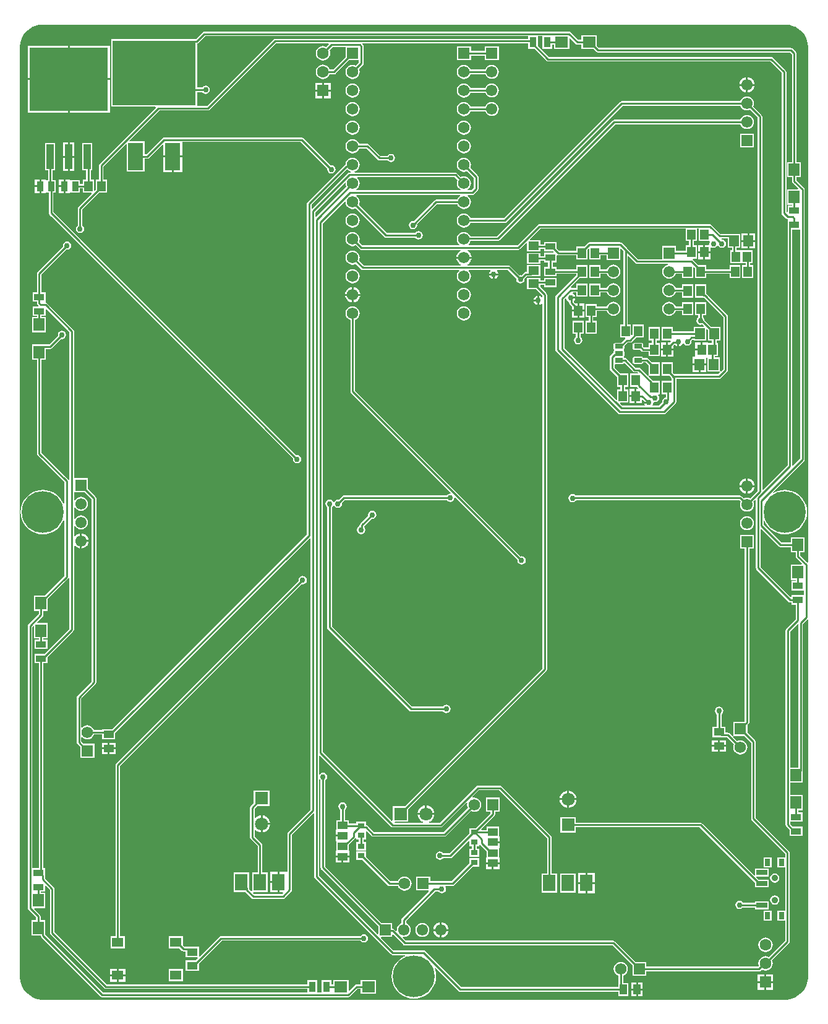
<source format=gbr>
G04*
G04 #@! TF.GenerationSoftware,Altium Limited,Altium Designer,22.4.2 (48)*
G04*
G04 Layer_Physical_Order=1*
G04 Layer_Color=204*
%FSLAX24Y24*%
%MOIN*%
G70*
G04*
G04 #@! TF.SameCoordinates,94B06879-D93D-4629-8478-E99B9EA78D0E*
G04*
G04*
G04 #@! TF.FilePolarity,Positive*
G04*
G01*
G75*
%ADD11C,0.0100*%
%ADD19R,0.0374X0.0315*%
%ADD20R,0.0531X0.0433*%
%ADD21R,0.0571X0.0413*%
%ADD22R,0.0610X0.0512*%
%ADD23R,0.0689X0.0591*%
%ADD24R,0.0374X0.0571*%
%ADD25R,0.0571X0.0374*%
%ADD26R,0.0591X0.0689*%
%ADD27R,0.0315X0.0394*%
%ADD28R,0.0591X0.0276*%
%ADD29R,0.0531X0.0610*%
%ADD30R,0.0472X0.0571*%
%ADD31R,0.0453X0.0571*%
%ADD32R,0.0571X0.0453*%
%ADD33R,0.0531X0.0374*%
G04:AMPARAMS|DCode=34|XSize=43.3mil|YSize=23.6mil|CornerRadius=2mil|HoleSize=0mil|Usage=FLASHONLY|Rotation=0.000|XOffset=0mil|YOffset=0mil|HoleType=Round|Shape=RoundedRectangle|*
%AMROUNDEDRECTD34*
21,1,0.0433,0.0196,0,0,0.0*
21,1,0.0393,0.0236,0,0,0.0*
1,1,0.0040,0.0196,-0.0098*
1,1,0.0040,-0.0196,-0.0098*
1,1,0.0040,-0.0196,0.0098*
1,1,0.0040,0.0196,0.0098*
%
%ADD34ROUNDEDRECTD34*%
%ADD35R,0.0819X0.1500*%
%ADD36R,0.4500X0.3500*%
%ADD37R,0.0374X0.0531*%
%ADD38R,0.0554X0.0396*%
%ADD39R,0.0396X0.0554*%
%ADD47R,0.4213X0.3386*%
%ADD48R,0.0394X0.1339*%
%ADD49C,0.0618*%
%ADD50R,0.0618X0.0618*%
%ADD53R,0.0618X0.0618*%
%ADD54C,0.0354*%
%ADD60R,0.0701X0.0902*%
%ADD63C,0.0709*%
%ADD64R,0.0709X0.0709*%
%ADD65R,0.0610X0.0610*%
%ADD66C,0.0610*%
%ADD67R,0.0610X0.0610*%
%ADD68C,0.2250*%
%ADD69R,0.0709X0.0709*%
%ADD70R,0.0630X0.0630*%
%ADD71C,0.0630*%
%ADD72C,0.0300*%
G36*
X36159Y60481D02*
X22509D01*
X22462Y60472D01*
X22446Y60461D01*
X22423Y60446D01*
X18849Y56872D01*
X18320D01*
Y57620D01*
X18595D01*
X18620Y57584D01*
X18692Y57535D01*
X18778Y57518D01*
X18864Y57535D01*
X18937Y57584D01*
X18985Y57656D01*
X19003Y57742D01*
X18985Y57828D01*
X18937Y57901D01*
X18864Y57949D01*
X18778Y57967D01*
X18692Y57949D01*
X18620Y57901D01*
X18595Y57865D01*
X18320D01*
Y60232D01*
X18347Y60237D01*
X18387Y60263D01*
X18746Y60623D01*
X36159D01*
Y60481D01*
D02*
G37*
G36*
X36927Y59945D02*
X37441D01*
Y60178D01*
X37547D01*
Y59935D01*
X38376D01*
Y60499D01*
X38422Y60518D01*
X38727Y60213D01*
X38767Y60187D01*
X38814Y60178D01*
X39024D01*
Y59935D01*
X39680D01*
X39828Y59787D01*
X39868Y59760D01*
X39914Y59751D01*
X50268D01*
X50378Y59641D01*
Y53853D01*
X50135D01*
Y53024D01*
X50378D01*
Y52814D01*
X50387Y52767D01*
X50413Y52727D01*
X50718Y52422D01*
X50699Y52376D01*
X50135D01*
Y51547D01*
X50378D01*
Y51491D01*
X50145D01*
Y51170D01*
X50095Y51146D01*
X50072Y51163D01*
Y58700D01*
X50063Y58747D01*
X50037Y58787D01*
X49354Y59469D01*
X49315Y59495D01*
X49268Y59505D01*
X37286D01*
X36673Y60118D01*
Y60623D01*
X36927D01*
Y59945D01*
D02*
G37*
G36*
X50823Y37880D02*
X50437Y37494D01*
X50387Y37515D01*
Y50209D01*
X50823D01*
Y37880D01*
D02*
G37*
G36*
X50244Y61229D02*
X50403Y61186D01*
X50554Y61123D01*
X50696Y61042D01*
X50826Y60942D01*
X50942Y60826D01*
X51042Y60696D01*
X51123Y60554D01*
X51186Y60403D01*
X51229Y60244D01*
X51250Y60082D01*
Y60000D01*
Y32307D01*
X51200Y32287D01*
X50822Y32664D01*
Y32824D01*
X51065D01*
Y33653D01*
X50335D01*
Y33361D01*
X49812D01*
X48847Y34326D01*
Y34529D01*
X48897Y34539D01*
X48932Y34456D01*
X49030Y34295D01*
X49152Y34152D01*
X49295Y34030D01*
X49456Y33932D01*
X49630Y33860D01*
X49812Y33816D01*
X50000Y33801D01*
X50188Y33816D01*
X50370Y33860D01*
X50544Y33932D01*
X50705Y34030D01*
X50848Y34152D01*
X50970Y34295D01*
X51068Y34456D01*
X51140Y34630D01*
X51184Y34812D01*
X51199Y35000D01*
X51184Y35188D01*
X51140Y35370D01*
X51068Y35544D01*
X50970Y35705D01*
X50848Y35848D01*
X50705Y35970D01*
X50544Y36068D01*
X50370Y36140D01*
X50188Y36184D01*
X50000Y36199D01*
X49812Y36184D01*
X49630Y36140D01*
X49456Y36068D01*
X49383Y36023D01*
X49351Y36063D01*
X51032Y37743D01*
X51058Y37783D01*
X51068Y37830D01*
Y52368D01*
X51058Y52415D01*
X51032Y52455D01*
X50622Y52864D01*
Y53024D01*
X50865D01*
Y53853D01*
X50622D01*
Y59691D01*
X50613Y59738D01*
X50587Y59778D01*
X50405Y59960D01*
X50365Y59986D01*
X50318Y59995D01*
X39965D01*
X39853Y60108D01*
Y60665D01*
X39024D01*
Y60422D01*
X38864D01*
X38455Y60832D01*
X38415Y60858D01*
X38368Y60868D01*
X18695D01*
X18648Y60858D01*
X18609Y60832D01*
X18249Y60472D01*
X17700D01*
X17688Y60470D01*
X13680D01*
Y56830D01*
X16070D01*
X16089Y56784D01*
X13058Y53753D01*
X13031Y53713D01*
X13022Y53666D01*
Y52905D01*
X12848D01*
Y52368D01*
X12798Y52318D01*
X12752Y52337D01*
Y52905D01*
X12578D01*
Y53392D01*
X12667D01*
Y54871D01*
X12133D01*
Y53392D01*
X12333D01*
Y52905D01*
X12159D01*
Y52672D01*
X12002D01*
Y52886D01*
X11492D01*
X11488Y52886D01*
X11442Y52894D01*
Y52916D01*
X11205D01*
Y52550D01*
Y52184D01*
X11442D01*
Y52206D01*
X11488Y52214D01*
X11492Y52214D01*
X12002D01*
Y52428D01*
X12159D01*
Y52195D01*
X12610D01*
X12629Y52148D01*
X11913Y51433D01*
X11887Y51393D01*
X11878Y51346D01*
Y50433D01*
X11841Y50409D01*
X11793Y50336D01*
X11776Y50250D01*
X11793Y50164D01*
X11841Y50091D01*
X11914Y50043D01*
X12000Y50026D01*
X12086Y50043D01*
X12159Y50091D01*
X12207Y50164D01*
X12224Y50250D01*
X12207Y50336D01*
X12159Y50409D01*
X12122Y50433D01*
Y51296D01*
X13021Y52195D01*
X13441D01*
Y52905D01*
X13267D01*
Y53615D01*
X14474Y54823D01*
X14521Y54804D01*
Y53330D01*
X15479D01*
Y54028D01*
X15628D01*
X15675Y54037D01*
X15715Y54063D01*
X16444Y54793D01*
X16491Y54774D01*
Y54200D01*
X17509D01*
Y54928D01*
X23899D01*
X25334Y53493D01*
X25326Y53450D01*
X25343Y53364D01*
X25391Y53291D01*
X25464Y53243D01*
X25550Y53226D01*
X25636Y53243D01*
X25709Y53291D01*
X25757Y53364D01*
X25774Y53450D01*
X25757Y53536D01*
X25709Y53609D01*
X25636Y53657D01*
X25550Y53674D01*
X25507Y53666D01*
X24037Y55137D01*
X23997Y55163D01*
X23950Y55172D01*
X16528D01*
X16482Y55163D01*
X16442Y55137D01*
X15578Y54272D01*
X15479D01*
Y54970D01*
X14687D01*
X14668Y55016D01*
X16279Y56628D01*
X18900D01*
X18947Y56637D01*
X18987Y56663D01*
X22560Y60237D01*
X25398D01*
X25417Y60191D01*
X25272Y60045D01*
X25201Y60075D01*
X25100Y60088D01*
X24999Y60075D01*
X24906Y60036D01*
X24825Y59975D01*
X24764Y59894D01*
X24725Y59801D01*
X24712Y59700D01*
X24725Y59599D01*
X24764Y59506D01*
X24825Y59425D01*
X24906Y59364D01*
X24999Y59325D01*
X25100Y59312D01*
X25201Y59325D01*
X25294Y59364D01*
X25375Y59425D01*
X25436Y59506D01*
X25475Y59599D01*
X25488Y59700D01*
X25475Y59801D01*
X25445Y59872D01*
X25610Y60037D01*
X26321D01*
Y59494D01*
X25649Y58822D01*
X25466D01*
X25436Y58894D01*
X25375Y58975D01*
X25294Y59036D01*
X25201Y59075D01*
X25100Y59088D01*
X24999Y59075D01*
X24906Y59036D01*
X24825Y58975D01*
X24764Y58894D01*
X24725Y58801D01*
X24712Y58700D01*
X24725Y58600D01*
X24764Y58506D01*
X24825Y58425D01*
X24906Y58364D01*
X24999Y58325D01*
X25100Y58312D01*
X25201Y58325D01*
X25294Y58364D01*
X25375Y58425D01*
X25436Y58506D01*
X25466Y58578D01*
X25700D01*
X25747Y58587D01*
X25787Y58613D01*
X26494Y59321D01*
X27037D01*
Y59210D01*
X26868Y59041D01*
X26799Y59069D01*
X26700Y59082D01*
X26601Y59069D01*
X26509Y59031D01*
X26430Y58970D01*
X26369Y58891D01*
X26331Y58799D01*
X26318Y58700D01*
X26331Y58601D01*
X26369Y58509D01*
X26430Y58430D01*
X26509Y58369D01*
X26601Y58331D01*
X26700Y58318D01*
X26799Y58331D01*
X26891Y58369D01*
X26970Y58430D01*
X27031Y58509D01*
X27069Y58601D01*
X27082Y58700D01*
X27069Y58799D01*
X27041Y58868D01*
X27246Y59073D01*
X27272Y59112D01*
X27281Y59159D01*
Y60071D01*
X27272Y60118D01*
X27246Y60158D01*
X27213Y60191D01*
X27232Y60237D01*
X36159D01*
Y59945D01*
X36500D01*
X37149Y59296D01*
X37189Y59269D01*
X37235Y59260D01*
X49217D01*
X49828Y58649D01*
Y51099D01*
X49837Y51052D01*
X49863Y51013D01*
X50069Y50807D01*
X50109Y50781D01*
X50147Y50773D01*
X50145Y50723D01*
X50145D01*
Y50341D01*
X50142Y50329D01*
Y37525D01*
X48819Y36201D01*
X48772Y36220D01*
Y56300D01*
X48763Y56347D01*
X48737Y56387D01*
X48288Y56835D01*
X48315Y56902D01*
X48328Y57000D01*
X48315Y57098D01*
X48278Y57189D01*
X48218Y57268D01*
X48139Y57328D01*
X48048Y57365D01*
X47950Y57378D01*
X47852Y57365D01*
X47761Y57328D01*
X47682Y57268D01*
X47622Y57189D01*
X47595Y57122D01*
X41200D01*
X41153Y57113D01*
X41113Y57087D01*
X34849Y50822D01*
X33060D01*
X33031Y50891D01*
X32970Y50970D01*
X32891Y51031D01*
X32799Y51069D01*
X32700Y51082D01*
X32601Y51069D01*
X32509Y51031D01*
X32430Y50970D01*
X32369Y50891D01*
X32331Y50799D01*
X32318Y50700D01*
X32331Y50601D01*
X32369Y50509D01*
X32430Y50430D01*
X32509Y50369D01*
X32601Y50331D01*
X32700Y50318D01*
X32799Y50331D01*
X32891Y50369D01*
X32970Y50430D01*
X33031Y50509D01*
X33060Y50578D01*
X34900D01*
X34947Y50587D01*
X34987Y50613D01*
X41251Y56878D01*
X47595D01*
X47622Y56811D01*
X47682Y56732D01*
X47761Y56672D01*
X47852Y56635D01*
X47950Y56622D01*
X48048Y56635D01*
X48115Y56662D01*
X48528Y56249D01*
Y36151D01*
X48115Y35738D01*
X48048Y35765D01*
X47950Y35778D01*
X47852Y35765D01*
X47785Y35738D01*
X47670Y35853D01*
X47630Y35880D01*
X47583Y35889D01*
X38722D01*
X38709Y35909D01*
X38636Y35957D01*
X38550Y35974D01*
X38464Y35957D01*
X38391Y35909D01*
X38343Y35836D01*
X38326Y35750D01*
X38343Y35664D01*
X38391Y35591D01*
X38464Y35543D01*
X38550Y35526D01*
X38636Y35543D01*
X38709Y35591D01*
X38744Y35644D01*
X47532D01*
X47612Y35565D01*
X47585Y35498D01*
X47572Y35400D01*
X47585Y35302D01*
X47622Y35211D01*
X47682Y35132D01*
X47761Y35072D01*
X47852Y35035D01*
X47950Y35022D01*
X48048Y35035D01*
X48139Y35072D01*
X48218Y35132D01*
X48278Y35211D01*
X48315Y35302D01*
X48328Y35400D01*
X48315Y35498D01*
X48288Y35565D01*
X48386Y35663D01*
X48433Y35644D01*
Y31995D01*
X48442Y31948D01*
X48468Y31908D01*
X50197Y30180D01*
X50237Y30153D01*
X50284Y30144D01*
X50345D01*
Y30009D01*
X50578D01*
Y29225D01*
X50068Y28716D01*
X50042Y28676D01*
X50032Y28629D01*
Y18163D01*
X50042Y18116D01*
X50068Y18076D01*
X50245Y17900D01*
Y17559D01*
X50955D01*
Y18073D01*
X50418D01*
X50277Y18214D01*
Y18327D01*
X50955D01*
Y18841D01*
X50722D01*
Y18947D01*
X50965D01*
Y19776D01*
X50277D01*
Y20424D01*
X50965D01*
Y21072D01*
X50968Y21083D01*
Y28986D01*
X51200Y29219D01*
X51250Y29198D01*
Y10000D01*
Y9918D01*
X51229Y9756D01*
X51186Y9597D01*
X51123Y9446D01*
X51042Y9304D01*
X50942Y9174D01*
X50826Y9058D01*
X50696Y8958D01*
X50554Y8877D01*
X50403Y8814D01*
X50244Y8771D01*
X50082Y8750D01*
X9918D01*
X9756Y8771D01*
X9597Y8814D01*
X9446Y8877D01*
X9304Y8958D01*
X9174Y9058D01*
X9058Y9174D01*
X8958Y9304D01*
X8877Y9446D01*
X8814Y9597D01*
X8771Y9756D01*
X8750Y9918D01*
Y10000D01*
Y60000D01*
Y60082D01*
X8771Y60244D01*
X8814Y60403D01*
X8877Y60554D01*
X8958Y60696D01*
X9058Y60826D01*
X9174Y60942D01*
X9304Y61042D01*
X9446Y61123D01*
X9597Y61186D01*
X9756Y61229D01*
X9918Y61250D01*
X50082D01*
X50244Y61229D01*
D02*
G37*
G36*
X49675Y33152D02*
X49715Y33125D01*
X49762Y33116D01*
X50335D01*
Y32824D01*
X50578D01*
Y32614D01*
X50587Y32567D01*
X50613Y32527D01*
X50918Y32222D01*
X50899Y32176D01*
X50335D01*
Y31347D01*
X50578D01*
Y31291D01*
X50345D01*
Y30777D01*
X51023D01*
Y30523D01*
X50345D01*
Y30449D01*
X50295Y30428D01*
X48677Y32046D01*
Y34084D01*
X48724Y34103D01*
X49675Y33152D01*
D02*
G37*
G36*
X50723Y28959D02*
Y21253D01*
X50277D01*
Y28579D01*
X50677Y28978D01*
X50723Y28959D01*
D02*
G37*
%LPC*%
G36*
X33079Y60079D02*
X32321D01*
Y59321D01*
X33079D01*
Y59578D01*
X33825D01*
Y59325D01*
X34575D01*
Y60075D01*
X33825D01*
Y59822D01*
X33079D01*
Y60079D01*
D02*
G37*
G36*
X13606Y60097D02*
X11450D01*
Y58355D01*
X13606D01*
Y60097D01*
D02*
G37*
G36*
X11350D02*
X9194D01*
Y58355D01*
X11350D01*
Y60097D01*
D02*
G37*
G36*
X32700Y59082D02*
X32601Y59069D01*
X32509Y59031D01*
X32430Y58970D01*
X32369Y58891D01*
X32331Y58799D01*
X32318Y58700D01*
X32331Y58601D01*
X32369Y58509D01*
X32430Y58430D01*
X32509Y58369D01*
X32601Y58331D01*
X32700Y58318D01*
X32799Y58331D01*
X32891Y58369D01*
X32970Y58430D01*
X33031Y58509D01*
X33060Y58578D01*
X33845D01*
X33872Y58511D01*
X33932Y58432D01*
X34011Y58372D01*
X34102Y58335D01*
X34200Y58322D01*
X34298Y58335D01*
X34389Y58372D01*
X34468Y58432D01*
X34528Y58511D01*
X34565Y58602D01*
X34578Y58700D01*
X34565Y58798D01*
X34528Y58889D01*
X34468Y58968D01*
X34389Y59028D01*
X34298Y59065D01*
X34200Y59078D01*
X34102Y59065D01*
X34011Y59028D01*
X33932Y58968D01*
X33872Y58889D01*
X33845Y58822D01*
X33060D01*
X33031Y58891D01*
X32970Y58970D01*
X32891Y59031D01*
X32799Y59069D01*
X32700Y59082D01*
D02*
G37*
G36*
X48000Y58402D02*
Y58050D01*
X48352D01*
X48345Y58106D01*
X48304Y58204D01*
X48239Y58289D01*
X48154Y58354D01*
X48056Y58395D01*
X48000Y58402D01*
D02*
G37*
G36*
X47900D02*
X47844Y58395D01*
X47746Y58354D01*
X47661Y58289D01*
X47596Y58204D01*
X47555Y58106D01*
X47548Y58050D01*
X47900D01*
Y58402D01*
D02*
G37*
G36*
X25515Y58115D02*
X25150D01*
Y57750D01*
X25515D01*
Y58115D01*
D02*
G37*
G36*
X25050D02*
X24685D01*
Y57750D01*
X25050D01*
Y58115D01*
D02*
G37*
G36*
X48352Y57950D02*
X48000D01*
Y57598D01*
X48056Y57605D01*
X48154Y57646D01*
X48239Y57711D01*
X48304Y57796D01*
X48345Y57894D01*
X48352Y57950D01*
D02*
G37*
G36*
X47900D02*
X47548D01*
X47555Y57894D01*
X47596Y57796D01*
X47661Y57711D01*
X47746Y57646D01*
X47844Y57605D01*
X47900Y57598D01*
Y57950D01*
D02*
G37*
G36*
X32700Y58082D02*
X32601Y58069D01*
X32509Y58031D01*
X32430Y57970D01*
X32369Y57891D01*
X32331Y57799D01*
X32318Y57700D01*
X32331Y57601D01*
X32369Y57509D01*
X32430Y57430D01*
X32509Y57369D01*
X32601Y57331D01*
X32700Y57318D01*
X32799Y57331D01*
X32891Y57369D01*
X32970Y57430D01*
X33031Y57509D01*
X33060Y57578D01*
X33845D01*
X33872Y57511D01*
X33932Y57432D01*
X34011Y57372D01*
X34102Y57335D01*
X34200Y57322D01*
X34298Y57335D01*
X34389Y57372D01*
X34468Y57432D01*
X34528Y57511D01*
X34565Y57602D01*
X34578Y57700D01*
X34565Y57798D01*
X34528Y57889D01*
X34468Y57968D01*
X34389Y58028D01*
X34298Y58065D01*
X34200Y58078D01*
X34102Y58065D01*
X34011Y58028D01*
X33932Y57968D01*
X33872Y57889D01*
X33845Y57822D01*
X33060D01*
X33031Y57891D01*
X32970Y57970D01*
X32891Y58031D01*
X32799Y58069D01*
X32700Y58082D01*
D02*
G37*
G36*
X26700D02*
X26601Y58069D01*
X26509Y58031D01*
X26430Y57970D01*
X26369Y57891D01*
X26331Y57799D01*
X26318Y57700D01*
X26331Y57601D01*
X26369Y57509D01*
X26430Y57430D01*
X26509Y57369D01*
X26601Y57331D01*
X26700Y57318D01*
X26799Y57331D01*
X26891Y57369D01*
X26970Y57430D01*
X27031Y57509D01*
X27069Y57601D01*
X27082Y57700D01*
X27069Y57799D01*
X27031Y57891D01*
X26970Y57970D01*
X26891Y58031D01*
X26799Y58069D01*
X26700Y58082D01*
D02*
G37*
G36*
X25515Y57650D02*
X25150D01*
Y57285D01*
X25515D01*
Y57650D01*
D02*
G37*
G36*
X25050D02*
X24685D01*
Y57285D01*
X25050D01*
Y57650D01*
D02*
G37*
G36*
X13606Y58255D02*
X11450D01*
Y56512D01*
X13606D01*
Y58255D01*
D02*
G37*
G36*
X11350D02*
X9194D01*
Y56512D01*
X11350D01*
Y58255D01*
D02*
G37*
G36*
X32700Y57082D02*
X32601Y57069D01*
X32509Y57031D01*
X32430Y56970D01*
X32369Y56891D01*
X32331Y56799D01*
X32318Y56700D01*
X32331Y56601D01*
X32369Y56509D01*
X32430Y56430D01*
X32509Y56369D01*
X32601Y56331D01*
X32700Y56318D01*
X32799Y56331D01*
X32891Y56369D01*
X32970Y56430D01*
X33031Y56509D01*
X33060Y56578D01*
X33845D01*
X33872Y56511D01*
X33932Y56432D01*
X34011Y56372D01*
X34102Y56335D01*
X34200Y56322D01*
X34298Y56335D01*
X34389Y56372D01*
X34468Y56432D01*
X34528Y56511D01*
X34565Y56602D01*
X34578Y56700D01*
X34565Y56798D01*
X34528Y56889D01*
X34468Y56968D01*
X34389Y57028D01*
X34298Y57065D01*
X34200Y57078D01*
X34102Y57065D01*
X34011Y57028D01*
X33932Y56968D01*
X33872Y56889D01*
X33845Y56822D01*
X33060D01*
X33031Y56891D01*
X32970Y56970D01*
X32891Y57031D01*
X32799Y57069D01*
X32700Y57082D01*
D02*
G37*
G36*
X26700D02*
X26601Y57069D01*
X26509Y57031D01*
X26430Y56970D01*
X26369Y56891D01*
X26331Y56799D01*
X26318Y56700D01*
X26331Y56601D01*
X26369Y56509D01*
X26430Y56430D01*
X26509Y56369D01*
X26601Y56331D01*
X26700Y56318D01*
X26799Y56331D01*
X26891Y56369D01*
X26970Y56430D01*
X27031Y56509D01*
X27069Y56601D01*
X27082Y56700D01*
X27069Y56799D01*
X27031Y56891D01*
X26970Y56970D01*
X26891Y57031D01*
X26799Y57069D01*
X26700Y57082D01*
D02*
G37*
G36*
X47950Y56378D02*
X47852Y56365D01*
X47761Y56328D01*
X47682Y56268D01*
X47622Y56189D01*
X47595Y56122D01*
X40800D01*
X40753Y56113D01*
X40713Y56087D01*
X34470Y49843D01*
X33051D01*
X33031Y49891D01*
X32970Y49970D01*
X32891Y50031D01*
X32799Y50069D01*
X32700Y50082D01*
X32601Y50069D01*
X32509Y50031D01*
X32430Y49970D01*
X32369Y49891D01*
X32331Y49799D01*
X32318Y49700D01*
X32331Y49601D01*
X32369Y49509D01*
X32430Y49430D01*
X32451Y49413D01*
X32434Y49363D01*
X27210D01*
X27041Y49532D01*
X27069Y49601D01*
X27082Y49700D01*
X27069Y49799D01*
X27031Y49891D01*
X26970Y49970D01*
X26891Y50031D01*
X26799Y50069D01*
X26700Y50082D01*
X26601Y50069D01*
X26509Y50031D01*
X26430Y49970D01*
X26369Y49891D01*
X26331Y49799D01*
X26318Y49700D01*
X26331Y49601D01*
X26369Y49509D01*
X26430Y49430D01*
X26509Y49369D01*
X26601Y49331D01*
X26700Y49318D01*
X26799Y49331D01*
X26868Y49359D01*
X27073Y49154D01*
X27112Y49128D01*
X27159Y49119D01*
X32511D01*
X32521Y49069D01*
X32494Y49057D01*
X32408Y48992D01*
X32343Y48906D01*
X32301Y48807D01*
X32294Y48750D01*
X32700D01*
X33106D01*
X33099Y48807D01*
X33057Y48906D01*
X32992Y48992D01*
X32906Y49057D01*
X32879Y49069D01*
X32889Y49119D01*
X35623D01*
X35669Y49128D01*
X35709Y49154D01*
X36048Y49494D01*
X36095Y49475D01*
Y49048D01*
X36805D01*
Y49173D01*
X37014D01*
Y49038D01*
X37508D01*
X37532Y49008D01*
X37512Y48962D01*
X37014D01*
Y48778D01*
X36805D01*
Y48952D01*
X36095D01*
Y48359D01*
X36805D01*
Y48533D01*
X37014D01*
Y48448D01*
X37228D01*
Y48202D01*
X37014D01*
Y47688D01*
X37686D01*
Y47823D01*
X38759D01*
Y47768D01*
X37663Y46672D01*
X37637Y46632D01*
X37628Y46585D01*
Y43749D01*
X37637Y43702D01*
X37663Y43662D01*
X41012Y40313D01*
X41052Y40287D01*
X41099Y40278D01*
X43474D01*
X43521Y40287D01*
X43561Y40313D01*
X44107Y40860D01*
X44134Y40900D01*
X44143Y40947D01*
Y42178D01*
X46450D01*
X46497Y42187D01*
X46537Y42213D01*
X46887Y42563D01*
X46913Y42603D01*
X46922Y42650D01*
Y45544D01*
X46913Y45591D01*
X46887Y45631D01*
X45766Y46751D01*
X45741Y46768D01*
Y47255D01*
X45148D01*
Y46545D01*
X45609D01*
X45621Y46542D01*
X45629D01*
X46678Y45494D01*
Y42701D01*
X46553Y42576D01*
X46503Y42597D01*
X46503Y42616D01*
Y43325D01*
X46218D01*
Y43395D01*
X46402D01*
Y44105D01*
X46306D01*
Y44225D01*
X46520D01*
Y44975D01*
X46021D01*
X45669Y45327D01*
X45657Y45386D01*
X45609Y45459D01*
X45572Y45483D01*
Y45595D01*
X45741D01*
Y46305D01*
X45148D01*
Y45595D01*
X45328D01*
Y45483D01*
X45291Y45459D01*
X45243Y45386D01*
X45226Y45300D01*
X45243Y45214D01*
X45291Y45141D01*
X45364Y45093D01*
X45450Y45076D01*
X45536Y45093D01*
X45549Y45101D01*
X45629Y45021D01*
X45610Y44975D01*
X45080D01*
Y44722D01*
X43941D01*
Y44955D01*
X43348D01*
Y44245D01*
X43836D01*
X43857Y44195D01*
X43798Y44135D01*
X43694D01*
Y43800D01*
X43971D01*
Y43962D01*
X44005Y43996D01*
X44060Y44002D01*
X44143Y43947D01*
X44190Y43937D01*
Y44182D01*
X44290D01*
Y43937D01*
X44338Y43947D01*
X44421Y44002D01*
X44476Y44085D01*
X44480Y44107D01*
X44531D01*
X44533Y44097D01*
X44582Y44024D01*
X44654Y43975D01*
X44740Y43958D01*
X44826Y43975D01*
X44899Y44024D01*
X44948Y44097D01*
X44965Y44182D01*
X44956Y44225D01*
X45003Y44272D01*
X45080D01*
Y44225D01*
X45752D01*
Y44833D01*
X45798Y44852D01*
X45848Y44802D01*
Y44225D01*
X46062D01*
Y44105D01*
X45841D01*
Y44135D01*
X45555D01*
Y43750D01*
X45505D01*
Y43700D01*
X45168D01*
Y43405D01*
X45168Y43365D01*
X45122Y43355D01*
X45034D01*
Y43000D01*
X45400D01*
X45766D01*
X45766Y43335D01*
X45789Y43342D01*
X45798Y43338D01*
X45832Y43306D01*
Y43295D01*
X45832Y42575D01*
X46460D01*
X46481Y42575D01*
X46502Y42525D01*
X46399Y42422D01*
X44036D01*
X43941Y42518D01*
Y43055D01*
X43348D01*
Y42345D01*
X43768D01*
X43849Y42263D01*
X43855Y42235D01*
X43881Y42196D01*
X43899Y42178D01*
Y42055D01*
X43348D01*
Y41345D01*
X43578D01*
Y41170D01*
X43514Y41157D01*
X43441Y41109D01*
X43393Y41036D01*
X43376Y40950D01*
X43384Y40907D01*
X43199Y40722D01*
X42885D01*
X42861Y40766D01*
X42885Y40802D01*
X42904Y40894D01*
X42908Y40903D01*
X42949Y40936D01*
X43000Y40926D01*
X43086Y40943D01*
X43159Y40991D01*
X43207Y41064D01*
X43224Y41150D01*
X43207Y41236D01*
X43168Y41295D01*
X43188Y41345D01*
X43252D01*
Y42055D01*
X42879D01*
X42866Y42076D01*
X42638Y42303D01*
X42668Y42345D01*
X42706Y42345D01*
X43252D01*
Y43055D01*
X42832D01*
X42625Y43263D01*
X42585Y43289D01*
X42539Y43298D01*
X42357D01*
X42355Y43309D01*
X42335Y43339D01*
X42305Y43359D01*
X42270Y43366D01*
X41877D01*
X41842Y43359D01*
X41812Y43339D01*
X41792Y43309D01*
X41785Y43274D01*
Y43078D01*
X41792Y43043D01*
X41812Y43013D01*
X41842Y42993D01*
X41877Y42986D01*
X42270D01*
X42305Y42993D01*
X42335Y43013D01*
X42355Y43043D01*
X42357Y43054D01*
X42488D01*
X42659Y42882D01*
Y42394D01*
X42659Y42353D01*
X42618Y42324D01*
X42205Y42737D01*
X42165Y42763D01*
X42118Y42772D01*
X41951D01*
X41461Y43263D01*
X41421Y43289D01*
X41374Y43298D01*
X41333D01*
X41331Y43309D01*
X41311Y43339D01*
Y43387D01*
X41331Y43417D01*
X41338Y43452D01*
Y43648D01*
X41331Y43683D01*
X41311Y43713D01*
Y43761D01*
X41331Y43791D01*
X41338Y43826D01*
Y43941D01*
X41528Y44131D01*
X41657D01*
X41704Y44140D01*
X41743Y44167D01*
X41971Y44395D01*
X42391D01*
Y45105D01*
X41798D01*
Y44568D01*
X41748Y44518D01*
X41702Y44537D01*
Y45105D01*
X41528D01*
Y48756D01*
X41574Y48775D01*
X41941Y48408D01*
X41981Y48382D01*
X42027Y48373D01*
X43702D01*
X43706Y48323D01*
X43652Y48315D01*
X43561Y48278D01*
X43482Y48218D01*
X43422Y48139D01*
X43385Y48048D01*
X43372Y47950D01*
X43385Y47852D01*
X43422Y47761D01*
X43482Y47682D01*
X43561Y47622D01*
X43652Y47585D01*
X43750Y47572D01*
X43848Y47585D01*
X43939Y47622D01*
X44018Y47682D01*
X44078Y47761D01*
X44105Y47828D01*
X44459D01*
Y47595D01*
X45052D01*
Y48163D01*
X45098Y48182D01*
X45148Y48132D01*
Y47595D01*
X45741D01*
Y47828D01*
X47009D01*
Y47595D01*
X47602D01*
Y48305D01*
X47009D01*
Y48072D01*
X45741D01*
Y48305D01*
X45321D01*
X45045Y48581D01*
X45025Y48595D01*
X45041Y48645D01*
X45252D01*
Y49355D01*
X45078D01*
Y49595D01*
X45252D01*
Y50263D01*
X45348D01*
Y49595D01*
X45903D01*
X45922Y49595D01*
X45952Y49549D01*
X45943Y49536D01*
X45926Y49450D01*
X45931Y49424D01*
X45899Y49385D01*
X45694D01*
Y49050D01*
X45971D01*
Y49245D01*
X46021Y49272D01*
X46064Y49243D01*
X46150Y49226D01*
X46236Y49243D01*
X46309Y49291D01*
X46347Y49349D01*
X46352Y49351D01*
X46398D01*
X46403Y49349D01*
X46441Y49291D01*
X46514Y49243D01*
X46600Y49226D01*
X46686Y49243D01*
X46759Y49291D01*
X46807Y49364D01*
X46824Y49450D01*
X46807Y49536D01*
X46759Y49609D01*
X46686Y49657D01*
X46600Y49674D01*
X46584Y49671D01*
X46575Y49683D01*
X46598Y49733D01*
X46930D01*
Y49225D01*
X47144D01*
Y49105D01*
X47049D01*
Y48395D01*
X47872D01*
Y48305D01*
X47698D01*
Y47595D01*
X48291D01*
Y48305D01*
X48117D01*
Y48395D01*
X48252D01*
Y49105D01*
X47388D01*
Y49225D01*
X47602D01*
Y49975D01*
X47062D01*
X47050Y49977D01*
X46528D01*
X46034Y50472D01*
X45994Y50498D01*
X45947Y50508D01*
X36767D01*
X36720Y50498D01*
X36680Y50472D01*
X35572Y49363D01*
X32966D01*
X32949Y49413D01*
X32970Y49430D01*
X33031Y49509D01*
X33068Y49599D01*
X34521D01*
X34568Y49608D01*
X34607Y49634D01*
X40851Y55878D01*
X47595D01*
X47622Y55811D01*
X47682Y55732D01*
X47761Y55672D01*
X47852Y55635D01*
X47950Y55622D01*
X48048Y55635D01*
X48139Y55672D01*
X48218Y55732D01*
X48278Y55811D01*
X48315Y55902D01*
X48328Y56000D01*
X48315Y56098D01*
X48278Y56189D01*
X48218Y56268D01*
X48139Y56328D01*
X48048Y56365D01*
X47950Y56378D01*
D02*
G37*
G36*
X32700Y56082D02*
X32601Y56069D01*
X32509Y56031D01*
X32430Y55970D01*
X32369Y55891D01*
X32331Y55799D01*
X32318Y55700D01*
X32331Y55601D01*
X32369Y55509D01*
X32430Y55430D01*
X32509Y55369D01*
X32601Y55331D01*
X32700Y55318D01*
X32799Y55331D01*
X32891Y55369D01*
X32970Y55430D01*
X33031Y55509D01*
X33069Y55601D01*
X33082Y55700D01*
X33069Y55799D01*
X33031Y55891D01*
X32970Y55970D01*
X32891Y56031D01*
X32799Y56069D01*
X32700Y56082D01*
D02*
G37*
G36*
X26700D02*
X26601Y56069D01*
X26509Y56031D01*
X26430Y55970D01*
X26369Y55891D01*
X26331Y55799D01*
X26318Y55700D01*
X26331Y55601D01*
X26369Y55509D01*
X26430Y55430D01*
X26509Y55369D01*
X26601Y55331D01*
X26700Y55318D01*
X26799Y55331D01*
X26891Y55369D01*
X26970Y55430D01*
X27031Y55509D01*
X27069Y55601D01*
X27082Y55700D01*
X27069Y55799D01*
X27031Y55891D01*
X26970Y55970D01*
X26891Y56031D01*
X26799Y56069D01*
X26700Y56082D01*
D02*
G37*
G36*
X48325Y55375D02*
X47575D01*
Y54625D01*
X48325D01*
Y55375D01*
D02*
G37*
G36*
X32700Y55082D02*
X32601Y55069D01*
X32509Y55031D01*
X32430Y54970D01*
X32369Y54891D01*
X32331Y54799D01*
X32318Y54700D01*
X32331Y54601D01*
X32369Y54509D01*
X32430Y54430D01*
X32509Y54369D01*
X32601Y54331D01*
X32700Y54318D01*
X32799Y54331D01*
X32891Y54369D01*
X32970Y54430D01*
X33031Y54509D01*
X33069Y54601D01*
X33082Y54700D01*
X33069Y54799D01*
X33031Y54891D01*
X32970Y54970D01*
X32891Y55031D01*
X32799Y55069D01*
X32700Y55082D01*
D02*
G37*
G36*
X11697Y54901D02*
X11450D01*
Y54181D01*
X11697D01*
Y54901D01*
D02*
G37*
G36*
X11350D02*
X11103D01*
Y54181D01*
X11350D01*
Y54901D01*
D02*
G37*
G36*
X26700Y55082D02*
X26601Y55069D01*
X26509Y55031D01*
X26430Y54970D01*
X26369Y54891D01*
X26331Y54799D01*
X26318Y54700D01*
X26331Y54601D01*
X26369Y54509D01*
X26430Y54430D01*
X26509Y54369D01*
X26601Y54331D01*
X26700Y54318D01*
X26799Y54331D01*
X26891Y54369D01*
X26970Y54430D01*
X27031Y54509D01*
X27060Y54578D01*
X27449D01*
X28051Y53976D01*
X28091Y53949D01*
X28138Y53940D01*
X28579D01*
X28604Y53904D01*
X28676Y53855D01*
X28762Y53838D01*
X28848Y53855D01*
X28921Y53904D01*
X28969Y53976D01*
X28986Y54062D01*
X28969Y54148D01*
X28921Y54221D01*
X28848Y54269D01*
X28762Y54286D01*
X28676Y54269D01*
X28604Y54221D01*
X28579Y54184D01*
X28189D01*
X27587Y54787D01*
X27547Y54813D01*
X27500Y54822D01*
X27060D01*
X27031Y54891D01*
X26970Y54970D01*
X26891Y55031D01*
X26799Y55069D01*
X26700Y55082D01*
D02*
G37*
G36*
X11697Y54081D02*
X11450D01*
Y53362D01*
X11697D01*
Y54081D01*
D02*
G37*
G36*
X11350D02*
X11103D01*
Y53362D01*
X11350D01*
Y54081D01*
D02*
G37*
G36*
X17509Y54100D02*
X17050D01*
Y53300D01*
X17509D01*
Y54100D01*
D02*
G37*
G36*
X16950D02*
X16491D01*
Y53300D01*
X16950D01*
Y54100D01*
D02*
G37*
G36*
X10667Y54871D02*
X10133D01*
Y53392D01*
X10278D01*
Y52886D01*
X10192D01*
X10188Y52886D01*
X10142Y52894D01*
Y52916D01*
X9905D01*
Y52550D01*
Y52184D01*
X10142D01*
Y52206D01*
X10188Y52214D01*
X10192Y52214D01*
X10323D01*
Y51105D01*
X10332Y51058D01*
X10359Y51018D01*
X23484Y37893D01*
X23476Y37850D01*
X23493Y37764D01*
X23541Y37691D01*
X23614Y37643D01*
X23700Y37626D01*
X23786Y37643D01*
X23859Y37691D01*
X23907Y37764D01*
X23924Y37850D01*
X23907Y37936D01*
X23859Y38009D01*
X23786Y38057D01*
X23700Y38074D01*
X23657Y38066D01*
X10568Y51155D01*
Y52214D01*
X10702D01*
Y52886D01*
X10522D01*
Y53392D01*
X10667D01*
Y54871D01*
D02*
G37*
G36*
X11105Y52916D02*
X10868D01*
Y52600D01*
X11105D01*
Y52916D01*
D02*
G37*
G36*
X9805D02*
X9568D01*
Y52600D01*
X9805D01*
Y52916D01*
D02*
G37*
G36*
X32700Y54082D02*
X32601Y54069D01*
X32509Y54031D01*
X32430Y53970D01*
X32369Y53891D01*
X32331Y53799D01*
X32318Y53700D01*
X32331Y53601D01*
X32369Y53509D01*
X32430Y53430D01*
X32509Y53369D01*
X32601Y53331D01*
X32700Y53318D01*
X32799Y53331D01*
X32868Y53359D01*
X33228Y52999D01*
Y52451D01*
X33099Y52322D01*
X32909D01*
X32896Y52357D01*
X32896Y52372D01*
X32970Y52430D01*
X33031Y52509D01*
X33069Y52601D01*
X33082Y52700D01*
X33069Y52799D01*
X33031Y52891D01*
X32970Y52970D01*
X32891Y53031D01*
X32799Y53069D01*
X32700Y53082D01*
X32601Y53069D01*
X32532Y53041D01*
X32327Y53246D01*
X32288Y53272D01*
X32241Y53281D01*
X26806D01*
X26799Y53331D01*
X26891Y53369D01*
X26970Y53430D01*
X27031Y53509D01*
X27069Y53601D01*
X27082Y53700D01*
X27069Y53799D01*
X27031Y53891D01*
X26970Y53970D01*
X26891Y54031D01*
X26799Y54069D01*
X26700Y54082D01*
X26601Y54069D01*
X26509Y54031D01*
X26430Y53970D01*
X26369Y53891D01*
X26331Y53799D01*
X26320Y53717D01*
X26304Y53714D01*
X26264Y53687D01*
X24263Y51687D01*
X24237Y51647D01*
X24228Y51600D01*
Y33796D01*
X13724Y23292D01*
X13203D01*
Y23272D01*
X12760D01*
X12731Y23341D01*
X12670Y23420D01*
X12591Y23481D01*
X12499Y23519D01*
X12400Y23532D01*
X12301Y23519D01*
X12209Y23481D01*
X12130Y23420D01*
X12113Y23399D01*
X12063Y23416D01*
Y24962D01*
X12837Y25735D01*
X12863Y25775D01*
X12872Y25822D01*
Y35750D01*
X12863Y35797D01*
X12837Y35837D01*
X12807Y35866D01*
X12807Y35866D01*
X12425Y36248D01*
Y36825D01*
X11675Y36825D01*
X11672Y36874D01*
Y44751D01*
X11663Y44798D01*
X11637Y44837D01*
X10231Y46243D01*
X10191Y46269D01*
X10153Y46277D01*
X10155Y46327D01*
X10155D01*
Y46841D01*
X9922D01*
Y47799D01*
X11257Y49134D01*
X11300Y49126D01*
X11386Y49143D01*
X11459Y49191D01*
X11507Y49264D01*
X11524Y49350D01*
X11507Y49436D01*
X11459Y49509D01*
X11386Y49557D01*
X11300Y49574D01*
X11214Y49557D01*
X11141Y49509D01*
X11093Y49436D01*
X11076Y49350D01*
X11084Y49307D01*
X9713Y47937D01*
X9687Y47897D01*
X9678Y47850D01*
Y46841D01*
X9445D01*
Y46327D01*
X9678D01*
Y46247D01*
X9687Y46200D01*
X9713Y46160D01*
X9754Y46119D01*
X9735Y46073D01*
X9445D01*
Y45559D01*
X9678D01*
Y45503D01*
X9435D01*
Y44674D01*
X10165D01*
Y45503D01*
X9922D01*
Y45559D01*
X10155D01*
Y45907D01*
X10202Y45926D01*
X11428Y44700D01*
Y36755D01*
X11378Y36740D01*
X11362Y36764D01*
X9922Y38203D01*
Y43197D01*
X10165D01*
Y43784D01*
X10392D01*
X10439Y43793D01*
X10479Y43820D01*
X10985Y44326D01*
X11028Y44318D01*
X11114Y44335D01*
X11187Y44384D01*
X11235Y44456D01*
X11253Y44542D01*
X11235Y44628D01*
X11187Y44701D01*
X11114Y44749D01*
X11028Y44767D01*
X10942Y44749D01*
X10870Y44701D01*
X10821Y44628D01*
X10804Y44542D01*
X10812Y44499D01*
X10342Y44029D01*
X10045D01*
X10033Y44026D01*
X9435D01*
Y43197D01*
X9678D01*
Y38152D01*
X9687Y38106D01*
X9713Y38066D01*
X11153Y36627D01*
Y35471D01*
X11103Y35461D01*
X11068Y35544D01*
X10970Y35705D01*
X10848Y35848D01*
X10705Y35970D01*
X10544Y36068D01*
X10370Y36140D01*
X10188Y36184D01*
X10000Y36199D01*
X9812Y36184D01*
X9630Y36140D01*
X9456Y36068D01*
X9295Y35970D01*
X9152Y35848D01*
X9030Y35705D01*
X8932Y35544D01*
X8860Y35370D01*
X8816Y35188D01*
X8801Y35000D01*
X8816Y34812D01*
X8860Y34630D01*
X8932Y34456D01*
X9030Y34295D01*
X9152Y34152D01*
X9295Y34030D01*
X9456Y33932D01*
X9630Y33860D01*
X9812Y33816D01*
X10000Y33801D01*
X10188Y33816D01*
X10370Y33860D01*
X10544Y33932D01*
X10705Y34030D01*
X10848Y34152D01*
X10970Y34295D01*
X11068Y34456D01*
X11103Y34539D01*
X11153Y34529D01*
Y31563D01*
X10092Y30503D01*
X9535D01*
Y29674D01*
X9778D01*
Y29514D01*
X9218Y28955D01*
X9192Y28915D01*
X9182Y28868D01*
Y13682D01*
X9192Y13635D01*
X9218Y13595D01*
X9628Y13186D01*
Y13026D01*
X9385D01*
Y12197D01*
X9874D01*
X9882Y12158D01*
X9909Y12118D01*
X13109Y8918D01*
X13148Y8892D01*
X13195Y8882D01*
X26468D01*
X26515Y8892D01*
X26555Y8918D01*
X26964Y9328D01*
X27124D01*
Y9085D01*
X27953D01*
Y9815D01*
X27124D01*
Y9572D01*
X26914D01*
X26867Y9563D01*
X26827Y9537D01*
X26522Y9232D01*
X26476Y9251D01*
Y9815D01*
X25647D01*
Y9572D01*
X25541D01*
Y9805D01*
X25027D01*
Y9127D01*
X24773D01*
Y9805D01*
X24259D01*
Y9572D01*
X13451D01*
X10622Y12401D01*
Y14708D01*
X10613Y14755D01*
X10587Y14795D01*
X10108Y15274D01*
Y15447D01*
X10105Y15459D01*
Y15841D01*
X10022D01*
Y26859D01*
X10255D01*
Y27200D01*
X11637Y28581D01*
X11663Y28621D01*
X11672Y28668D01*
Y33195D01*
X11722Y33212D01*
X11761Y33161D01*
X11846Y33096D01*
X11944Y33055D01*
X12000Y33048D01*
Y33450D01*
Y33852D01*
X11944Y33845D01*
X11846Y33804D01*
X11761Y33739D01*
X11722Y33688D01*
X11672Y33705D01*
Y34251D01*
X11722Y34261D01*
X11782Y34182D01*
X11861Y34122D01*
X11952Y34085D01*
X12050Y34072D01*
X12148Y34085D01*
X12239Y34122D01*
X12318Y34182D01*
X12378Y34261D01*
X12415Y34352D01*
X12428Y34450D01*
X12415Y34548D01*
X12378Y34639D01*
X12318Y34718D01*
X12239Y34778D01*
X12148Y34815D01*
X12050Y34828D01*
X11952Y34815D01*
X11861Y34778D01*
X11782Y34718D01*
X11722Y34639D01*
X11672Y34649D01*
Y35251D01*
X11722Y35261D01*
X11782Y35182D01*
X11861Y35122D01*
X11952Y35085D01*
X12050Y35072D01*
X12148Y35085D01*
X12239Y35122D01*
X12318Y35182D01*
X12378Y35261D01*
X12415Y35352D01*
X12428Y35450D01*
X12415Y35548D01*
X12378Y35639D01*
X12318Y35718D01*
X12239Y35778D01*
X12148Y35815D01*
X12050Y35828D01*
X11952Y35815D01*
X11861Y35778D01*
X11782Y35718D01*
X11722Y35639D01*
X11672Y35649D01*
Y36026D01*
X11675Y36075D01*
X11722Y36075D01*
X12252D01*
X12628Y35699D01*
Y25872D01*
X11854Y25099D01*
X11828Y25059D01*
X11819Y25013D01*
Y22609D01*
X11828Y22562D01*
X11854Y22523D01*
X12021Y22356D01*
Y21771D01*
X12779D01*
Y22529D01*
X12194D01*
X12063Y22660D01*
Y22884D01*
X12113Y22901D01*
X12130Y22880D01*
X12209Y22819D01*
X12301Y22781D01*
X12400Y22768D01*
X12499Y22781D01*
X12591Y22819D01*
X12670Y22880D01*
X12731Y22959D01*
X12760Y23028D01*
X13203D01*
Y22756D01*
X13897D01*
Y23119D01*
X24381Y33604D01*
X24428Y33585D01*
Y18974D01*
X23213Y17760D01*
X23187Y17720D01*
X23178Y17674D01*
Y15663D01*
X23150Y15624D01*
X22750D01*
Y15074D01*
Y14523D01*
X22924D01*
X22943Y14477D01*
X22889Y14422D01*
X21401D01*
X21320Y14503D01*
X21341Y14553D01*
X22120D01*
Y15594D01*
X21822D01*
Y17072D01*
X21813Y17119D01*
X21787Y17159D01*
X21407Y17538D01*
Y17885D01*
X21455Y17901D01*
X21465Y17887D01*
X21560Y17814D01*
X21671Y17768D01*
X21739Y17759D01*
Y18211D01*
Y18663D01*
X21671Y18654D01*
X21560Y18608D01*
X21465Y18535D01*
X21455Y18521D01*
X21407Y18537D01*
Y19034D01*
X21538Y19165D01*
X22214D01*
Y20013D01*
X21365D01*
Y19338D01*
X21199Y19171D01*
X21172Y19131D01*
X21163Y19085D01*
Y17487D01*
X21172Y17440D01*
X21199Y17400D01*
X21578Y17021D01*
Y15594D01*
X21280D01*
Y14614D01*
X21230Y14593D01*
X21123Y14700D01*
Y14773D01*
X21120Y14785D01*
Y15594D01*
X20280D01*
Y14553D01*
X20924D01*
X21263Y14213D01*
X21303Y14187D01*
X21350Y14178D01*
X22940D01*
X22987Y14187D01*
X23026Y14213D01*
X23387Y14574D01*
X23413Y14613D01*
X23422Y14660D01*
Y17623D01*
X24581Y18782D01*
X24628Y18763D01*
Y15378D01*
X24637Y15331D01*
X24663Y15291D01*
X28766Y11188D01*
X28806Y11162D01*
X28853Y11153D01*
X29529D01*
X29539Y11103D01*
X29456Y11068D01*
X29295Y10970D01*
X29152Y10848D01*
X29030Y10705D01*
X28932Y10544D01*
X28860Y10370D01*
X28816Y10188D01*
X28801Y10000D01*
X28816Y9812D01*
X28860Y9630D01*
X28932Y9456D01*
X29030Y9295D01*
X29152Y9152D01*
X29295Y9030D01*
X29456Y8932D01*
X29630Y8860D01*
X29812Y8816D01*
X30000Y8801D01*
X30188Y8816D01*
X30370Y8860D01*
X30544Y8932D01*
X30705Y9030D01*
X30848Y9152D01*
X30970Y9295D01*
X31068Y9456D01*
X31140Y9630D01*
X31184Y9812D01*
X31199Y10000D01*
X31184Y10188D01*
X31140Y10370D01*
X31105Y10454D01*
X31148Y10482D01*
X32417Y9213D01*
X32456Y9187D01*
X32503Y9178D01*
X41008D01*
Y8953D01*
X41544D01*
Y9647D01*
X41272D01*
Y10040D01*
X41341Y10069D01*
X41420Y10130D01*
X41481Y10209D01*
X41519Y10301D01*
X41532Y10400D01*
X41519Y10499D01*
X41481Y10591D01*
X41420Y10670D01*
X41341Y10731D01*
X41249Y10769D01*
X41150Y10782D01*
X41051Y10769D01*
X40959Y10731D01*
X40880Y10670D01*
X40819Y10591D01*
X40781Y10499D01*
X40768Y10400D01*
X40781Y10301D01*
X40819Y10209D01*
X40880Y10130D01*
X40959Y10069D01*
X41028Y10040D01*
Y9647D01*
X41008D01*
Y9422D01*
X32554D01*
X30615Y11362D01*
X30575Y11388D01*
X30528Y11397D01*
X28903D01*
X28222Y12079D01*
X28241Y12125D01*
X28825D01*
Y12243D01*
X28871Y12262D01*
X29420Y11713D01*
X29460Y11687D01*
X29506Y11678D01*
X40699D01*
X41771Y10606D01*
Y10021D01*
X42529D01*
Y10278D01*
X48592D01*
X48639Y10287D01*
X48679Y10313D01*
X48741Y10375D01*
X48756Y10364D01*
X48850Y10325D01*
X48950Y10312D01*
X49050Y10325D01*
X49144Y10364D01*
X49225Y10425D01*
X49286Y10506D01*
X49325Y10599D01*
X49338Y10700D01*
X49325Y10800D01*
X49295Y10872D01*
X50224Y11801D01*
X50250Y11841D01*
X50260Y11887D01*
Y16663D01*
X50250Y16709D01*
X50224Y16749D01*
X48422Y18551D01*
Y22625D01*
X48413Y22672D01*
X48387Y22712D01*
X47974Y23124D01*
Y23536D01*
X48037Y23599D01*
X48063Y23638D01*
X48072Y23685D01*
Y33025D01*
X48325D01*
Y33775D01*
X47575D01*
Y33025D01*
X47828D01*
Y23736D01*
X47801Y23709D01*
X47216D01*
Y23001D01*
X47216Y22953D01*
X47179Y22919D01*
X47005Y23093D01*
X46965Y23119D01*
X46919Y23129D01*
X46792D01*
Y23423D01*
X46572D01*
Y24117D01*
X46609Y24141D01*
X46657Y24214D01*
X46674Y24300D01*
X46657Y24386D01*
X46609Y24459D01*
X46536Y24507D01*
X46450Y24524D01*
X46364Y24507D01*
X46291Y24459D01*
X46243Y24386D01*
X46226Y24300D01*
X46243Y24214D01*
X46291Y24141D01*
X46328Y24117D01*
Y23423D01*
X46098D01*
Y22886D01*
X46581D01*
X46593Y22884D01*
X46868D01*
X47254Y22498D01*
X47226Y22429D01*
X47213Y22330D01*
X47226Y22231D01*
X47264Y22139D01*
X47325Y22060D01*
X47404Y21999D01*
X47496Y21961D01*
X47595Y21948D01*
X47694Y21961D01*
X47786Y21999D01*
X47865Y22060D01*
X47926Y22139D01*
X47964Y22231D01*
X47977Y22330D01*
X47964Y22429D01*
X47926Y22521D01*
X47865Y22600D01*
X47786Y22661D01*
X47694Y22699D01*
X47595Y22712D01*
X47496Y22699D01*
X47427Y22671D01*
X47184Y22914D01*
X47218Y22951D01*
X47265Y22951D01*
X47801D01*
X48178Y22574D01*
Y18500D01*
X48187Y18453D01*
X48213Y18413D01*
X50015Y16612D01*
Y16413D01*
X49602D01*
Y15880D01*
X50015D01*
Y13539D01*
X49602D01*
Y13006D01*
X50015D01*
Y11938D01*
X49122Y11045D01*
X49050Y11075D01*
X48950Y11088D01*
X48850Y11075D01*
X48756Y11036D01*
X48675Y10975D01*
X48614Y10894D01*
X48575Y10800D01*
X48562Y10700D01*
X48575Y10599D01*
X48588Y10568D01*
X48542Y10522D01*
X42529D01*
Y10779D01*
X41944D01*
X40837Y11887D01*
X40797Y11913D01*
X40750Y11922D01*
X29557D01*
X29402Y12078D01*
X29425Y12125D01*
X29450Y12122D01*
X29548Y12135D01*
X29639Y12172D01*
X29718Y12232D01*
X29778Y12311D01*
X29815Y12402D01*
X29828Y12500D01*
X29815Y12598D01*
X29778Y12689D01*
X29718Y12768D01*
X29639Y12828D01*
X29572Y12855D01*
Y12999D01*
X31151Y14578D01*
X31317D01*
X31341Y14541D01*
X31414Y14493D01*
X31500Y14476D01*
X31586Y14493D01*
X31659Y14541D01*
X31707Y14614D01*
X31724Y14700D01*
X31707Y14786D01*
X31679Y14828D01*
X31706Y14878D01*
X32076D01*
X32123Y14887D01*
X32163Y14913D01*
X33166Y15917D01*
X33507D01*
Y16372D01*
X32993D01*
Y16090D01*
X32026Y15122D01*
X30879D01*
Y15379D01*
X30121D01*
Y14621D01*
X30783D01*
X30802Y14575D01*
X29363Y13137D01*
X29337Y13097D01*
X29328Y13050D01*
Y12855D01*
X29261Y12828D01*
X29182Y12768D01*
X29122Y12689D01*
X29085Y12598D01*
X29072Y12500D01*
X29075Y12475D01*
X29028Y12452D01*
X28933Y12546D01*
X28893Y12573D01*
X28847Y12582D01*
X28825D01*
Y12875D01*
X28248D01*
X25206Y15917D01*
Y20557D01*
X25259Y20591D01*
X25307Y20664D01*
X25324Y20750D01*
X25307Y20836D01*
X25259Y20909D01*
X25186Y20957D01*
X25100Y20974D01*
X25014Y20957D01*
X24941Y20909D01*
X24922Y20880D01*
X24872Y20895D01*
Y21889D01*
X24919Y21908D01*
X28763Y18063D01*
X28803Y18037D01*
X28850Y18028D01*
X31450D01*
X31497Y18037D01*
X31537Y18063D01*
X32835Y19361D01*
X32835Y19361D01*
X32879Y19335D01*
X32868Y19250D01*
X32881Y19151D01*
X32909Y19082D01*
X31599Y17772D01*
X27851D01*
X27512Y18111D01*
X27472Y18138D01*
X27425Y18147D01*
X27407D01*
Y18333D01*
X26893D01*
Y18228D01*
X26486D01*
Y18412D01*
X26272D01*
Y18967D01*
X26309Y18991D01*
X26357Y19064D01*
X26374Y19150D01*
X26357Y19236D01*
X26309Y19309D01*
X26236Y19357D01*
X26150Y19374D01*
X26064Y19357D01*
X25991Y19309D01*
X25943Y19236D01*
X25926Y19150D01*
X25943Y19064D01*
X25991Y18991D01*
X26028Y18967D01*
Y18412D01*
X25814D01*
Y17891D01*
X25784D01*
Y17624D01*
X26150D01*
Y17524D01*
X25784D01*
Y17258D01*
X25814D01*
Y16767D01*
X25784D01*
Y16500D01*
X26150D01*
X26516D01*
Y16767D01*
X26486D01*
Y17085D01*
X26826Y17425D01*
X26843Y17451D01*
X26893Y17436D01*
Y17367D01*
X27028D01*
Y17239D01*
X26893D01*
Y16784D01*
X27407D01*
Y17239D01*
X27272D01*
Y17367D01*
X27407D01*
Y17779D01*
X27407Y17799D01*
X27457Y17820D01*
X27713Y17563D01*
X27753Y17537D01*
X27800Y17528D01*
X31650D01*
X31697Y17537D01*
X31737Y17563D01*
X33082Y18909D01*
X33151Y18881D01*
X33250Y18868D01*
X33349Y18881D01*
X33441Y18919D01*
X33520Y18980D01*
X33581Y19059D01*
X33619Y19151D01*
X33632Y19250D01*
X33619Y19349D01*
X33581Y19441D01*
X33520Y19520D01*
X33441Y19581D01*
X33349Y19619D01*
X33250Y19632D01*
X33165Y19621D01*
X33139Y19665D01*
X33139Y19665D01*
X33501Y20028D01*
X34599D01*
X37178Y17449D01*
Y15544D01*
X36880D01*
Y14503D01*
X37720D01*
Y15544D01*
X37422D01*
Y17500D01*
X37413Y17547D01*
X37387Y17587D01*
X34737Y20237D01*
X34697Y20263D01*
X34650Y20272D01*
X33450D01*
X33403Y20263D01*
X33363Y20237D01*
X31399Y18272D01*
X30815D01*
X30805Y18322D01*
X30879Y18353D01*
X30974Y18426D01*
X31047Y18521D01*
X31093Y18631D01*
X31102Y18700D01*
X30198D01*
X30207Y18631D01*
X30253Y18521D01*
X30326Y18426D01*
X30421Y18353D01*
X30495Y18322D01*
X30485Y18272D01*
X28950D01*
X28948Y18276D01*
X28975Y18326D01*
X29696D01*
Y19001D01*
X37137Y26441D01*
X37163Y26481D01*
X37172Y26528D01*
Y46706D01*
X37163Y46752D01*
X37137Y46792D01*
X36805Y47123D01*
Y47232D01*
X37014D01*
Y47098D01*
X37686D01*
Y47612D01*
X37014D01*
Y47477D01*
X36805D01*
Y47602D01*
X36095D01*
Y47009D01*
X36573D01*
X36928Y46655D01*
Y46595D01*
X36904Y46588D01*
X36878Y46582D01*
X36798Y46635D01*
X36750Y46645D01*
Y46400D01*
Y46155D01*
X36798Y46164D01*
X36878Y46218D01*
X36904Y46212D01*
X36928Y46205D01*
Y26579D01*
X29523Y19174D01*
X28848D01*
Y18396D01*
X28798Y18375D01*
X25072Y22101D01*
Y50549D01*
X26274Y51750D01*
X26321Y51727D01*
X26318Y51700D01*
X26331Y51601D01*
X26369Y51509D01*
X26430Y51430D01*
X26509Y51369D01*
X26601Y51331D01*
X26700Y51318D01*
X26799Y51331D01*
X26868Y51359D01*
X28413Y49813D01*
X28453Y49787D01*
X28500Y49778D01*
X30067D01*
X30091Y49741D01*
X30164Y49693D01*
X30250Y49676D01*
X30336Y49693D01*
X30409Y49741D01*
X30457Y49814D01*
X30474Y49900D01*
X30457Y49986D01*
X30409Y50059D01*
X30336Y50107D01*
X30250Y50124D01*
X30164Y50107D01*
X30091Y50059D01*
X30067Y50022D01*
X28551D01*
X27041Y51532D01*
X27069Y51601D01*
X27082Y51700D01*
X27069Y51799D01*
X27031Y51891D01*
X26970Y51970D01*
X26896Y52028D01*
X26896Y52043D01*
X26909Y52078D01*
X32491D01*
X32504Y52043D01*
X32504Y52028D01*
X32430Y51970D01*
X32369Y51891D01*
X32340Y51822D01*
X31200D01*
X31153Y51813D01*
X31113Y51787D01*
X29993Y50666D01*
X29950Y50674D01*
X29864Y50657D01*
X29791Y50609D01*
X29743Y50536D01*
X29726Y50450D01*
X29743Y50364D01*
X29791Y50291D01*
X29864Y50243D01*
X29950Y50226D01*
X30036Y50243D01*
X30109Y50291D01*
X30157Y50364D01*
X30174Y50450D01*
X30166Y50493D01*
X31251Y51578D01*
X32340D01*
X32369Y51509D01*
X32430Y51430D01*
X32509Y51369D01*
X32601Y51331D01*
X32700Y51318D01*
X32799Y51331D01*
X32891Y51369D01*
X32970Y51430D01*
X33031Y51509D01*
X33069Y51601D01*
X33082Y51700D01*
X33069Y51799D01*
X33031Y51891D01*
X32970Y51970D01*
X32896Y52028D01*
X32896Y52043D01*
X32909Y52078D01*
X33150D01*
X33197Y52087D01*
X33237Y52113D01*
X33437Y52313D01*
X33463Y52353D01*
X33472Y52400D01*
Y53050D01*
X33463Y53097D01*
X33437Y53137D01*
X33041Y53532D01*
X33069Y53601D01*
X33082Y53700D01*
X33069Y53799D01*
X33031Y53891D01*
X32970Y53970D01*
X32891Y54031D01*
X32799Y54069D01*
X32700Y54082D01*
D02*
G37*
G36*
X11105Y52500D02*
X10868D01*
Y52184D01*
X11105D01*
Y52500D01*
D02*
G37*
G36*
X9805D02*
X9568D01*
Y52184D01*
X9805D01*
Y52500D01*
D02*
G37*
G36*
X26700Y51082D02*
X26601Y51069D01*
X26509Y51031D01*
X26430Y50970D01*
X26369Y50891D01*
X26331Y50799D01*
X26318Y50700D01*
X26331Y50601D01*
X26369Y50509D01*
X26430Y50430D01*
X26509Y50369D01*
X26601Y50331D01*
X26700Y50318D01*
X26799Y50331D01*
X26891Y50369D01*
X26970Y50430D01*
X27031Y50509D01*
X27069Y50601D01*
X27082Y50700D01*
X27069Y50799D01*
X27031Y50891D01*
X26970Y50970D01*
X26891Y51031D01*
X26799Y51069D01*
X26700Y51082D01*
D02*
G37*
G36*
X48400Y50005D02*
X48084D01*
Y49650D01*
X48400D01*
Y50005D01*
D02*
G37*
G36*
X47984D02*
X47668D01*
Y49650D01*
X47984D01*
Y50005D01*
D02*
G37*
G36*
X48400Y49550D02*
X48084D01*
Y49195D01*
X48400D01*
Y49550D01*
D02*
G37*
G36*
X47984D02*
X47668D01*
Y49195D01*
X47984D01*
Y49550D01*
D02*
G37*
G36*
X45594Y49385D02*
X45318D01*
Y49050D01*
X45594D01*
Y49385D01*
D02*
G37*
G36*
X45971Y48950D02*
X45694D01*
Y48615D01*
X45971D01*
Y48950D01*
D02*
G37*
G36*
X45594D02*
X45318D01*
Y48615D01*
X45594D01*
Y48950D01*
D02*
G37*
G36*
X34545Y47750D02*
X34350D01*
Y47555D01*
X34398Y47565D01*
X34480Y47620D01*
X34536Y47702D01*
X34545Y47750D01*
D02*
G37*
G36*
X34250D02*
X34055D01*
X34065Y47702D01*
X34120Y47620D01*
X34202Y47565D01*
X34250Y47555D01*
Y47750D01*
D02*
G37*
G36*
X26700Y48082D02*
X26601Y48069D01*
X26509Y48031D01*
X26430Y47970D01*
X26369Y47891D01*
X26331Y47799D01*
X26318Y47700D01*
X26331Y47601D01*
X26369Y47509D01*
X26430Y47430D01*
X26509Y47369D01*
X26601Y47331D01*
X26700Y47318D01*
X26799Y47331D01*
X26891Y47369D01*
X26970Y47430D01*
X27031Y47509D01*
X27069Y47601D01*
X27082Y47700D01*
X27069Y47799D01*
X27031Y47891D01*
X26970Y47970D01*
X26891Y48031D01*
X26799Y48069D01*
X26700Y48082D01*
D02*
G37*
G36*
Y49082D02*
X26601Y49069D01*
X26509Y49031D01*
X26430Y48970D01*
X26369Y48891D01*
X26331Y48799D01*
X26318Y48700D01*
X26331Y48601D01*
X26369Y48509D01*
X26430Y48430D01*
X26509Y48369D01*
X26601Y48331D01*
X26700Y48318D01*
X26799Y48331D01*
X26868Y48359D01*
X27154Y48073D01*
X27194Y48046D01*
X27241Y48037D01*
X32434D01*
X32451Y47987D01*
X32430Y47970D01*
X32369Y47891D01*
X32331Y47799D01*
X32318Y47700D01*
X32331Y47601D01*
X32369Y47509D01*
X32430Y47430D01*
X32509Y47369D01*
X32601Y47331D01*
X32700Y47318D01*
X32799Y47331D01*
X32891Y47369D01*
X32970Y47430D01*
X33031Y47509D01*
X33069Y47601D01*
X33082Y47700D01*
X33069Y47799D01*
X33031Y47891D01*
X32970Y47970D01*
X32949Y47987D01*
X32966Y48037D01*
X34114D01*
X34129Y47987D01*
X34120Y47980D01*
X34065Y47898D01*
X34055Y47850D01*
X34545D01*
X34536Y47898D01*
X34480Y47980D01*
X34471Y47987D01*
X34486Y48037D01*
X35063D01*
X35525Y47575D01*
X35516Y47532D01*
X35533Y47447D01*
X35582Y47374D01*
X35654Y47325D01*
X35740Y47308D01*
X35826Y47325D01*
X35899Y47374D01*
X35948Y47447D01*
X35965Y47532D01*
X35956Y47575D01*
X36077Y47696D01*
X36274D01*
X36285Y47698D01*
X36805D01*
Y48291D01*
X36095D01*
Y47940D01*
X36026D01*
X35979Y47931D01*
X35940Y47905D01*
X35783Y47748D01*
X35740Y47757D01*
X35698Y47748D01*
X35200Y48246D01*
X35161Y48272D01*
X35114Y48281D01*
X32889D01*
X32879Y48331D01*
X32906Y48343D01*
X32992Y48408D01*
X33057Y48494D01*
X33099Y48593D01*
X33106Y48650D01*
X32700D01*
X32294D01*
X32301Y48593D01*
X32343Y48494D01*
X32408Y48408D01*
X32494Y48343D01*
X32521Y48331D01*
X32511Y48281D01*
X27292D01*
X27041Y48532D01*
X27069Y48601D01*
X27082Y48700D01*
X27069Y48799D01*
X27031Y48891D01*
X26970Y48970D01*
X26891Y49031D01*
X26799Y49069D01*
X26700Y49082D01*
D02*
G37*
G36*
X26750Y47106D02*
Y46750D01*
X27106D01*
X27099Y46807D01*
X27057Y46906D01*
X26992Y46992D01*
X26906Y47057D01*
X26807Y47099D01*
X26750Y47106D01*
D02*
G37*
G36*
X26650D02*
X26593Y47099D01*
X26494Y47057D01*
X26408Y46992D01*
X26343Y46906D01*
X26301Y46807D01*
X26294Y46750D01*
X26650D01*
Y47106D01*
D02*
G37*
G36*
X43750Y47328D02*
X43652Y47315D01*
X43561Y47278D01*
X43482Y47218D01*
X43422Y47139D01*
X43385Y47048D01*
X43372Y46950D01*
X43385Y46852D01*
X43422Y46761D01*
X43482Y46682D01*
X43561Y46622D01*
X43652Y46585D01*
X43750Y46572D01*
X43848Y46585D01*
X43939Y46622D01*
X44018Y46682D01*
X44078Y46761D01*
X44105Y46828D01*
X44459D01*
Y46545D01*
X45052D01*
Y47255D01*
X44459D01*
Y47072D01*
X44105D01*
X44078Y47139D01*
X44018Y47218D01*
X43939Y47278D01*
X43848Y47315D01*
X43750Y47328D01*
D02*
G37*
G36*
X36650Y46645D02*
X36602Y46635D01*
X36520Y46580D01*
X36465Y46498D01*
X36455Y46450D01*
X36650D01*
Y46645D01*
D02*
G37*
G36*
X32700Y47082D02*
X32601Y47069D01*
X32509Y47031D01*
X32430Y46970D01*
X32369Y46891D01*
X32331Y46799D01*
X32318Y46700D01*
X32331Y46601D01*
X32369Y46509D01*
X32430Y46430D01*
X32509Y46369D01*
X32601Y46331D01*
X32700Y46318D01*
X32799Y46331D01*
X32891Y46369D01*
X32970Y46430D01*
X33031Y46509D01*
X33069Y46601D01*
X33082Y46700D01*
X33069Y46799D01*
X33031Y46891D01*
X32970Y46970D01*
X32891Y47031D01*
X32799Y47069D01*
X32700Y47082D01*
D02*
G37*
G36*
X27106Y46650D02*
X26750D01*
Y46294D01*
X26807Y46301D01*
X26906Y46343D01*
X26992Y46408D01*
X27057Y46494D01*
X27099Y46593D01*
X27106Y46650D01*
D02*
G37*
G36*
X26650D02*
X26294D01*
X26301Y46593D01*
X26343Y46494D01*
X26408Y46408D01*
X26494Y46343D01*
X26593Y46301D01*
X26650Y46294D01*
Y46650D01*
D02*
G37*
G36*
X36650Y46350D02*
X36455D01*
X36465Y46302D01*
X36520Y46220D01*
X36602Y46164D01*
X36650Y46155D01*
Y46350D01*
D02*
G37*
G36*
X43750Y46328D02*
X43652Y46315D01*
X43561Y46278D01*
X43482Y46218D01*
X43422Y46139D01*
X43385Y46048D01*
X43372Y45950D01*
X43385Y45852D01*
X43422Y45761D01*
X43482Y45682D01*
X43561Y45622D01*
X43652Y45585D01*
X43750Y45572D01*
X43848Y45585D01*
X43939Y45622D01*
X44018Y45682D01*
X44078Y45761D01*
X44105Y45828D01*
X44459D01*
Y45595D01*
X45052D01*
Y46305D01*
X44459D01*
Y46072D01*
X44105D01*
X44078Y46139D01*
X44018Y46218D01*
X43939Y46278D01*
X43848Y46315D01*
X43750Y46328D01*
D02*
G37*
G36*
X32700Y46082D02*
X32601Y46069D01*
X32509Y46031D01*
X32430Y45970D01*
X32369Y45891D01*
X32331Y45799D01*
X32318Y45700D01*
X32331Y45601D01*
X32369Y45509D01*
X32430Y45430D01*
X32509Y45369D01*
X32601Y45331D01*
X32700Y45318D01*
X32799Y45331D01*
X32891Y45369D01*
X32970Y45430D01*
X33031Y45509D01*
X33069Y45601D01*
X33082Y45700D01*
X33069Y45799D01*
X33031Y45891D01*
X32970Y45970D01*
X32891Y46031D01*
X32799Y46069D01*
X32700Y46082D01*
D02*
G37*
G36*
X43252Y44955D02*
X42659D01*
Y44245D01*
X42833D01*
Y44105D01*
X42659D01*
Y43872D01*
X42397D01*
X42362Y43907D01*
Y44022D01*
X42355Y44057D01*
X42335Y44087D01*
X42305Y44107D01*
X42270Y44114D01*
X41877D01*
X41842Y44107D01*
X41812Y44087D01*
X41792Y44057D01*
X41785Y44022D01*
Y43826D01*
X41792Y43791D01*
X41812Y43761D01*
X41842Y43741D01*
X41877Y43734D01*
X42189D01*
X42260Y43663D01*
X42299Y43637D01*
X42346Y43628D01*
X42659D01*
Y43395D01*
X43252D01*
Y44105D01*
X43078D01*
Y44245D01*
X43252D01*
Y44955D01*
D02*
G37*
G36*
X43594Y44135D02*
X43318D01*
Y43800D01*
X43594D01*
Y44135D01*
D02*
G37*
G36*
X45455D02*
X45168D01*
Y43800D01*
X45455D01*
Y44135D01*
D02*
G37*
G36*
X43971Y43700D02*
X43694D01*
Y43365D01*
X43971D01*
Y43700D01*
D02*
G37*
G36*
X43594D02*
X43318D01*
Y43365D01*
X43594D01*
Y43700D01*
D02*
G37*
G36*
X45766Y42900D02*
X45450D01*
Y42545D01*
X45766D01*
Y42900D01*
D02*
G37*
G36*
X45350D02*
X45034D01*
Y42545D01*
X45350D01*
Y42900D01*
D02*
G37*
G36*
X48000Y36802D02*
Y36450D01*
X48352D01*
X48345Y36506D01*
X48304Y36604D01*
X48239Y36689D01*
X48154Y36754D01*
X48056Y36795D01*
X48000Y36802D01*
D02*
G37*
G36*
X47900D02*
X47844Y36795D01*
X47746Y36754D01*
X47661Y36689D01*
X47596Y36604D01*
X47555Y36506D01*
X47548Y36450D01*
X47900D01*
Y36802D01*
D02*
G37*
G36*
X48352Y36350D02*
X48000D01*
Y35998D01*
X48056Y36005D01*
X48154Y36046D01*
X48239Y36111D01*
X48304Y36196D01*
X48345Y36294D01*
X48352Y36350D01*
D02*
G37*
G36*
X47900D02*
X47548D01*
X47555Y36294D01*
X47596Y36196D01*
X47661Y36111D01*
X47746Y36046D01*
X47844Y36005D01*
X47900Y35998D01*
Y36350D01*
D02*
G37*
G36*
X26700Y46082D02*
X26601Y46069D01*
X26509Y46031D01*
X26430Y45970D01*
X26369Y45891D01*
X26331Y45799D01*
X26318Y45700D01*
X26331Y45601D01*
X26369Y45509D01*
X26430Y45430D01*
X26509Y45369D01*
X26578Y45340D01*
Y41500D01*
X26587Y41453D01*
X26613Y41413D01*
X31992Y36035D01*
X31967Y35989D01*
X31958Y35991D01*
X31872Y35974D01*
X31799Y35925D01*
X31775Y35889D01*
X26217D01*
X26170Y35880D01*
X26130Y35853D01*
X25943Y35666D01*
X25900Y35674D01*
X25814Y35657D01*
X25741Y35609D01*
X25703Y35551D01*
X25698Y35549D01*
X25652D01*
X25647Y35551D01*
X25609Y35609D01*
X25536Y35657D01*
X25450Y35674D01*
X25364Y35657D01*
X25291Y35609D01*
X25243Y35536D01*
X25226Y35450D01*
X25243Y35364D01*
X25291Y35291D01*
X25328Y35267D01*
Y28800D01*
X25337Y28753D01*
X25363Y28713D01*
X29763Y24313D01*
X29803Y24287D01*
X29850Y24278D01*
X31567D01*
X31591Y24241D01*
X31664Y24193D01*
X31750Y24176D01*
X31836Y24193D01*
X31909Y24241D01*
X31957Y24314D01*
X31974Y24400D01*
X31957Y24486D01*
X31909Y24559D01*
X31836Y24607D01*
X31750Y24624D01*
X31664Y24607D01*
X31591Y24559D01*
X31567Y24522D01*
X29901D01*
X25572Y28851D01*
Y35267D01*
X25609Y35291D01*
X25647Y35349D01*
X25652Y35351D01*
X25698D01*
X25703Y35349D01*
X25741Y35291D01*
X25814Y35243D01*
X25900Y35226D01*
X25986Y35243D01*
X26059Y35291D01*
X26107Y35364D01*
X26124Y35450D01*
X26116Y35493D01*
X26268Y35644D01*
X31775D01*
X31799Y35608D01*
X31872Y35560D01*
X31958Y35543D01*
X32044Y35560D01*
X32116Y35608D01*
X32165Y35681D01*
X32182Y35767D01*
X32180Y35776D01*
X32226Y35801D01*
X35584Y32443D01*
X35576Y32400D01*
X35593Y32314D01*
X35641Y32241D01*
X35714Y32193D01*
X35800Y32176D01*
X35886Y32193D01*
X35959Y32241D01*
X36007Y32314D01*
X36024Y32400D01*
X36007Y32486D01*
X35959Y32559D01*
X35886Y32607D01*
X35800Y32624D01*
X35757Y32616D01*
X26822Y41551D01*
Y45340D01*
X26891Y45369D01*
X26970Y45430D01*
X27031Y45509D01*
X27069Y45601D01*
X27082Y45700D01*
X27069Y45799D01*
X27031Y45891D01*
X26970Y45970D01*
X26891Y46031D01*
X26799Y46069D01*
X26700Y46082D01*
D02*
G37*
G36*
X27750Y35074D02*
X27664Y35057D01*
X27591Y35009D01*
X27543Y34936D01*
X27526Y34850D01*
X27534Y34807D01*
X27104Y34377D01*
X27078Y34338D01*
X27068Y34291D01*
Y34245D01*
X27067Y34245D01*
X26994Y34196D01*
X26945Y34124D01*
X26928Y34038D01*
X26945Y33952D01*
X26994Y33879D01*
X27067Y33831D01*
X27153Y33814D01*
X27238Y33831D01*
X27311Y33879D01*
X27360Y33952D01*
X27377Y34038D01*
X27360Y34124D01*
X27313Y34193D01*
Y34240D01*
X27707Y34634D01*
X27750Y34626D01*
X27836Y34643D01*
X27909Y34691D01*
X27957Y34764D01*
X27974Y34850D01*
X27957Y34936D01*
X27909Y35009D01*
X27836Y35057D01*
X27750Y35074D01*
D02*
G37*
G36*
X47950Y34778D02*
X47852Y34765D01*
X47761Y34728D01*
X47682Y34668D01*
X47622Y34589D01*
X47585Y34498D01*
X47572Y34400D01*
X47585Y34302D01*
X47622Y34211D01*
X47682Y34132D01*
X47761Y34072D01*
X47852Y34035D01*
X47950Y34022D01*
X48048Y34035D01*
X48139Y34072D01*
X48218Y34132D01*
X48278Y34211D01*
X48315Y34302D01*
X48328Y34400D01*
X48315Y34498D01*
X48278Y34589D01*
X48218Y34668D01*
X48139Y34728D01*
X48048Y34765D01*
X47950Y34778D01*
D02*
G37*
G36*
X12100Y33852D02*
Y33500D01*
X12452D01*
X12445Y33556D01*
X12404Y33654D01*
X12339Y33739D01*
X12254Y33804D01*
X12156Y33845D01*
X12100Y33852D01*
D02*
G37*
G36*
X12452Y33400D02*
X12100D01*
Y33048D01*
X12156Y33055D01*
X12254Y33096D01*
X12339Y33161D01*
X12404Y33246D01*
X12445Y33344D01*
X12452Y33400D01*
D02*
G37*
G36*
X24003Y31562D02*
X23917Y31545D01*
X23844Y31496D01*
X23795Y31424D01*
X23778Y31338D01*
X23787Y31295D01*
X13949Y21457D01*
X13922Y21417D01*
X13913Y21370D01*
Y12162D01*
X13660D01*
Y11510D01*
X14410D01*
Y12162D01*
X14157D01*
Y21320D01*
X23960Y31122D01*
X24003Y31114D01*
X24088Y31131D01*
X24161Y31179D01*
X24210Y31252D01*
X24227Y31338D01*
X24210Y31424D01*
X24161Y31496D01*
X24088Y31545D01*
X24003Y31562D01*
D02*
G37*
G36*
X46822Y22704D02*
X46495D01*
Y22456D01*
X46822D01*
Y22704D01*
D02*
G37*
G36*
X46395D02*
X46068D01*
Y22456D01*
X46395D01*
Y22704D01*
D02*
G37*
G36*
X13927Y22574D02*
X13600D01*
Y22326D01*
X13927D01*
Y22574D01*
D02*
G37*
G36*
X13500D02*
X13173D01*
Y22326D01*
X13500D01*
Y22574D01*
D02*
G37*
G36*
X46822Y22356D02*
X46495D01*
Y22108D01*
X46822D01*
Y22356D01*
D02*
G37*
G36*
X46395D02*
X46068D01*
Y22108D01*
X46395D01*
Y22356D01*
D02*
G37*
G36*
X13927Y22226D02*
X13600D01*
Y21978D01*
X13927D01*
Y22226D01*
D02*
G37*
G36*
X13500D02*
X13173D01*
Y21978D01*
X13500D01*
Y22226D01*
D02*
G37*
G36*
X38361Y19991D02*
Y19589D01*
X38762D01*
X38753Y19658D01*
X38707Y19768D01*
X38635Y19863D01*
X38540Y19936D01*
X38429Y19982D01*
X38361Y19991D01*
D02*
G37*
G36*
X38261Y19991D02*
X38192Y19982D01*
X38082Y19936D01*
X37987Y19863D01*
X37914Y19768D01*
X37868Y19658D01*
X37859Y19589D01*
X38261D01*
Y19991D01*
D02*
G37*
G36*
Y19489D02*
X37859D01*
X37868Y19420D01*
X37914Y19310D01*
X37987Y19215D01*
X38082Y19142D01*
X38192Y19096D01*
X38261Y19087D01*
Y19489D01*
D02*
G37*
G36*
X38762D02*
X38361D01*
Y19087D01*
X38429Y19096D01*
X38540Y19142D01*
X38635Y19215D01*
X38707Y19310D01*
X38753Y19420D01*
X38762Y19489D01*
D02*
G37*
G36*
X30700Y19202D02*
Y18800D01*
X31102D01*
X31093Y18869D01*
X31047Y18979D01*
X30974Y19074D01*
X30879Y19147D01*
X30769Y19193D01*
X30700Y19202D01*
D02*
G37*
G36*
X30600D02*
X30531Y19193D01*
X30421Y19147D01*
X30326Y19074D01*
X30253Y18979D01*
X30207Y18869D01*
X30198Y18800D01*
X30600D01*
Y19202D01*
D02*
G37*
G36*
X21839Y18663D02*
Y18261D01*
X22241D01*
X22232Y18330D01*
X22186Y18440D01*
X22113Y18535D01*
X22018Y18608D01*
X21908Y18654D01*
X21839Y18663D01*
D02*
G37*
G36*
X22241Y18161D02*
X21839D01*
Y17759D01*
X21908Y17768D01*
X22018Y17814D01*
X22113Y17887D01*
X22186Y17982D01*
X22232Y18092D01*
X22241Y18161D01*
D02*
G37*
G36*
X34629Y19629D02*
X33871D01*
Y18871D01*
X34128D01*
Y18777D01*
X33334Y17983D01*
X32993D01*
Y17701D01*
X31914Y16622D01*
X31583D01*
X31559Y16659D01*
X31486Y16707D01*
X31400Y16724D01*
X31314Y16707D01*
X31241Y16659D01*
X31193Y16586D01*
X31176Y16500D01*
X31193Y16414D01*
X31241Y16341D01*
X31314Y16293D01*
X31400Y16276D01*
X31486Y16293D01*
X31559Y16341D01*
X31583Y16378D01*
X31965D01*
X32011Y16387D01*
X32051Y16413D01*
X32947Y17309D01*
X32993Y17290D01*
Y17017D01*
X33128D01*
Y16883D01*
X32993D01*
Y16428D01*
X33507D01*
Y16883D01*
X33372D01*
Y17017D01*
X33507D01*
Y17086D01*
X33557Y17101D01*
X33574Y17075D01*
X33914Y16735D01*
Y16417D01*
X33884D01*
Y16150D01*
X34250D01*
X34616D01*
Y16417D01*
X34586D01*
Y16908D01*
X34616D01*
Y17174D01*
X34250D01*
Y17274D01*
X34616D01*
Y17541D01*
X34586D01*
Y18062D01*
X33914D01*
Y17878D01*
X33640D01*
X33621Y17924D01*
X34337Y18640D01*
X34363Y18680D01*
X34372Y18726D01*
Y18871D01*
X34629D01*
Y19629D01*
D02*
G37*
G36*
X26516Y16400D02*
X26200D01*
Y16133D01*
X26516D01*
Y16400D01*
D02*
G37*
G36*
X26100D02*
X25784D01*
Y16133D01*
X26100D01*
Y16400D01*
D02*
G37*
G36*
X49298Y16413D02*
X48843D01*
Y15880D01*
X49298D01*
Y16413D01*
D02*
G37*
G36*
X34616Y16050D02*
X34300D01*
Y15783D01*
X34616D01*
Y16050D01*
D02*
G37*
G36*
X34200D02*
X33884D01*
Y15783D01*
X34200D01*
Y16050D01*
D02*
G37*
G36*
X22650Y15624D02*
X22250D01*
Y15124D01*
X22650D01*
Y15624D01*
D02*
G37*
G36*
X39750Y15574D02*
X39350D01*
Y15074D01*
X39750D01*
Y15574D01*
D02*
G37*
G36*
X39250D02*
X38850D01*
Y15074D01*
X39250D01*
Y15574D01*
D02*
G37*
G36*
X49450Y15552D02*
X49354Y15533D01*
X49272Y15478D01*
X49217Y15396D01*
X49198Y15300D01*
X49217Y15204D01*
X49272Y15122D01*
X49354Y15067D01*
X49450Y15048D01*
X49546Y15067D01*
X49628Y15122D01*
X49683Y15204D01*
X49702Y15300D01*
X49683Y15396D01*
X49628Y15478D01*
X49546Y15533D01*
X49450Y15552D01*
D02*
G37*
G36*
X38735Y18585D02*
X37886D01*
Y17737D01*
X38735D01*
Y18039D01*
X45397D01*
X48396Y15039D01*
Y14797D01*
X49126D01*
Y15213D01*
X48569D01*
X48444Y15337D01*
X48465Y15387D01*
X49126D01*
Y15803D01*
X48396D01*
Y15456D01*
X48346Y15436D01*
X45534Y18248D01*
X45494Y18274D01*
X45447Y18283D01*
X38735D01*
Y18585D01*
D02*
G37*
G36*
X27407Y16727D02*
X26893D01*
Y16273D01*
X27234D01*
X28593Y14913D01*
X28633Y14887D01*
X28680Y14878D01*
X29140D01*
X29169Y14809D01*
X29230Y14730D01*
X29309Y14669D01*
X29401Y14631D01*
X29500Y14618D01*
X29599Y14631D01*
X29691Y14669D01*
X29770Y14730D01*
X29831Y14809D01*
X29869Y14901D01*
X29882Y15000D01*
X29869Y15099D01*
X29831Y15191D01*
X29770Y15270D01*
X29691Y15331D01*
X29599Y15369D01*
X29500Y15382D01*
X29401Y15369D01*
X29309Y15331D01*
X29230Y15270D01*
X29169Y15191D01*
X29140Y15122D01*
X28730D01*
X27407Y16446D01*
Y16727D01*
D02*
G37*
G36*
X22650Y15024D02*
X22250D01*
Y14523D01*
X22650D01*
Y15024D01*
D02*
G37*
G36*
X38720Y15544D02*
X37880D01*
Y14503D01*
X38720D01*
Y15544D01*
D02*
G37*
G36*
X39750Y14974D02*
X39350D01*
Y14473D01*
X39750D01*
Y14974D01*
D02*
G37*
G36*
X39250D02*
X38850D01*
Y14473D01*
X39250D01*
Y14974D01*
D02*
G37*
G36*
X49450Y14371D02*
X49354Y14352D01*
X49272Y14297D01*
X49217Y14215D01*
X49198Y14119D01*
X49217Y14022D01*
X49272Y13941D01*
X49354Y13886D01*
X49450Y13867D01*
X49546Y13886D01*
X49628Y13941D01*
X49683Y14022D01*
X49702Y14119D01*
X49683Y14215D01*
X49628Y14297D01*
X49546Y14352D01*
X49450Y14371D01*
D02*
G37*
G36*
X47550Y14074D02*
X47464Y14057D01*
X47391Y14009D01*
X47343Y13936D01*
X47326Y13850D01*
X47343Y13764D01*
X47391Y13691D01*
X47464Y13643D01*
X47550Y13626D01*
X47636Y13643D01*
X47709Y13691D01*
X47724Y13714D01*
X48396D01*
Y13616D01*
X49126D01*
Y14031D01*
X48396D01*
Y13959D01*
X47742D01*
X47709Y14009D01*
X47636Y14057D01*
X47550Y14074D01*
D02*
G37*
G36*
X49298Y13539D02*
X48843D01*
Y13006D01*
X49298D01*
Y13539D01*
D02*
G37*
G36*
X31500Y12902D02*
Y12550D01*
X31852D01*
X31845Y12606D01*
X31804Y12704D01*
X31739Y12789D01*
X31654Y12854D01*
X31556Y12895D01*
X31500Y12902D01*
D02*
G37*
G36*
X31400D02*
X31344Y12895D01*
X31246Y12854D01*
X31161Y12789D01*
X31096Y12704D01*
X31055Y12606D01*
X31048Y12550D01*
X31400D01*
Y12902D01*
D02*
G37*
G36*
X30450Y12878D02*
X30352Y12865D01*
X30261Y12828D01*
X30182Y12768D01*
X30122Y12689D01*
X30085Y12598D01*
X30072Y12500D01*
X30085Y12402D01*
X30122Y12311D01*
X30182Y12232D01*
X30261Y12172D01*
X30352Y12135D01*
X30450Y12122D01*
X30548Y12135D01*
X30639Y12172D01*
X30718Y12232D01*
X30778Y12311D01*
X30815Y12402D01*
X30828Y12500D01*
X30815Y12598D01*
X30778Y12689D01*
X30718Y12768D01*
X30639Y12828D01*
X30548Y12865D01*
X30450Y12878D01*
D02*
G37*
G36*
X31852Y12450D02*
X31500D01*
Y12098D01*
X31556Y12105D01*
X31654Y12146D01*
X31739Y12211D01*
X31804Y12296D01*
X31845Y12394D01*
X31852Y12450D01*
D02*
G37*
G36*
X31400D02*
X31048D01*
X31055Y12394D01*
X31096Y12296D01*
X31161Y12211D01*
X31246Y12146D01*
X31344Y12105D01*
X31400Y12098D01*
Y12450D01*
D02*
G37*
G36*
X48950Y12088D02*
X48850Y12075D01*
X48756Y12036D01*
X48675Y11975D01*
X48614Y11894D01*
X48575Y11801D01*
X48562Y11700D01*
X48575Y11600D01*
X48614Y11506D01*
X48675Y11425D01*
X48756Y11364D01*
X48850Y11325D01*
X48950Y11312D01*
X49050Y11325D01*
X49144Y11364D01*
X49225Y11425D01*
X49286Y11506D01*
X49325Y11600D01*
X49338Y11700D01*
X49325Y11801D01*
X49286Y11894D01*
X49225Y11975D01*
X49144Y12036D01*
X49050Y12075D01*
X48950Y12088D01*
D02*
G37*
G36*
X27300Y12274D02*
X27214Y12257D01*
X27141Y12209D01*
X27117Y12172D01*
X19593D01*
X19546Y12163D01*
X19506Y12137D01*
X18455Y11086D01*
X18405Y11106D01*
Y11591D01*
X17905D01*
X17893Y11593D01*
X17630D01*
X17540Y11683D01*
Y12162D01*
X16790D01*
Y11510D01*
X17367D01*
X17493Y11384D01*
X17532Y11358D01*
X17579Y11349D01*
X17695D01*
Y11037D01*
X18337D01*
X18357Y10987D01*
X18232Y10863D01*
X17695D01*
Y10309D01*
X18405D01*
Y10689D01*
X19644Y11928D01*
X27117D01*
X27141Y11891D01*
X27214Y11843D01*
X27300Y11826D01*
X27386Y11843D01*
X27459Y11891D01*
X27507Y11964D01*
X27524Y12050D01*
X27507Y12136D01*
X27459Y12209D01*
X27386Y12257D01*
X27300Y12274D01*
D02*
G37*
G36*
X14440Y10420D02*
X14085D01*
Y10114D01*
X14440D01*
Y10420D01*
D02*
G37*
G36*
X13985D02*
X13630D01*
Y10114D01*
X13985D01*
Y10420D01*
D02*
G37*
G36*
X49365Y10115D02*
X49000D01*
Y9750D01*
X49365D01*
Y10115D01*
D02*
G37*
G36*
X48900D02*
X48535D01*
Y9750D01*
X48900D01*
Y10115D01*
D02*
G37*
G36*
X17540Y10390D02*
X16790D01*
Y9738D01*
X17540D01*
Y10390D01*
D02*
G37*
G36*
X14440Y10014D02*
X14085D01*
Y9708D01*
X14440D01*
Y10014D01*
D02*
G37*
G36*
X13985D02*
X13630D01*
Y9708D01*
X13985D01*
Y10014D01*
D02*
G37*
G36*
X42322Y9677D02*
X42074D01*
Y9350D01*
X42322D01*
Y9677D01*
D02*
G37*
G36*
X41974D02*
X41726D01*
Y9350D01*
X41974D01*
Y9677D01*
D02*
G37*
G36*
X49365Y9650D02*
X49000D01*
Y9285D01*
X49365D01*
Y9650D01*
D02*
G37*
G36*
X48900D02*
X48535D01*
Y9285D01*
X48900D01*
Y9650D01*
D02*
G37*
G36*
X42322Y9250D02*
X42074D01*
Y8923D01*
X42322D01*
Y9250D01*
D02*
G37*
G36*
X41974D02*
X41726D01*
Y8923D01*
X41974D01*
Y9250D01*
D02*
G37*
%LPD*%
G36*
X44659Y49595D02*
X44833D01*
Y49355D01*
X44659D01*
Y49072D01*
X44125D01*
Y49325D01*
X43375D01*
Y48617D01*
X42078D01*
X41492Y49203D01*
X41204Y49492D01*
X41164Y49518D01*
X41117Y49527D01*
X39457D01*
X39410Y49518D01*
X39371Y49492D01*
X39184Y49305D01*
X38765D01*
Y49072D01*
X37825D01*
X37686Y49211D01*
Y49552D01*
X37014D01*
Y49418D01*
X36805D01*
Y49641D01*
X36261D01*
X36242Y49687D01*
X36818Y50263D01*
X44659D01*
Y49595D01*
D02*
G37*
G36*
X39454Y49163D02*
Y48595D01*
X40046D01*
Y48828D01*
X40375D01*
Y48575D01*
X41125D01*
Y49159D01*
X41171Y49178D01*
X41283Y49066D01*
Y45105D01*
X41109D01*
Y44395D01*
X41383D01*
X41398Y44345D01*
X41391Y44340D01*
X41165Y44114D01*
X40854D01*
X40818Y44107D01*
X40789Y44087D01*
X40769Y44057D01*
X40762Y44022D01*
Y43826D01*
X40769Y43791D01*
X40789Y43761D01*
Y43713D01*
X40769Y43683D01*
X40762Y43648D01*
Y43587D01*
X40734Y43568D01*
X40597Y43431D01*
X40570Y43391D01*
X40561Y43344D01*
Y42731D01*
X40570Y42684D01*
X40597Y42645D01*
X40959Y42282D01*
Y41745D01*
X41133D01*
Y41605D01*
X40959D01*
Y41061D01*
X40913Y41042D01*
X38122Y43832D01*
Y46449D01*
X38162Y46489D01*
X38210Y46475D01*
X38214Y46452D01*
X38270Y46370D01*
X38352Y46315D01*
X38366Y46312D01*
Y46276D01*
X38375Y46229D01*
X38402Y46190D01*
X38529Y46062D01*
Y45900D01*
X38806D01*
Y46235D01*
X38702D01*
X38625Y46312D01*
X38629Y46369D01*
X38630Y46370D01*
X38686Y46452D01*
X38695Y46500D01*
X38450D01*
Y46600D01*
X38695D01*
X38686Y46648D01*
X38630Y46730D01*
X38559Y46778D01*
X38572Y46828D01*
X38759D01*
Y46595D01*
X39352D01*
Y47305D01*
X38759D01*
Y47072D01*
X38481D01*
X38460Y47122D01*
X38932Y47595D01*
X39352D01*
Y48305D01*
X38759D01*
Y48068D01*
X37686D01*
Y48202D01*
X37472D01*
Y48448D01*
X37686D01*
Y48805D01*
X37703Y48818D01*
X37736Y48835D01*
X37774Y48828D01*
X38765D01*
Y48595D01*
X39357D01*
Y49132D01*
X39407Y49182D01*
X39454Y49163D01*
D02*
G37*
G36*
X41368Y43008D02*
X41813Y42563D01*
X41853Y42537D01*
X41900Y42528D01*
X42054D01*
X42072Y42505D01*
X42047Y42455D01*
X41648D01*
Y41745D01*
X42021D01*
X42034Y41724D01*
X42077Y41682D01*
X42058Y41635D01*
X41994D01*
Y41250D01*
Y40865D01*
X42271D01*
Y41041D01*
X42317Y41060D01*
X42409Y40968D01*
X42405Y40950D01*
X42650D01*
Y40850D01*
X42405D01*
X42414Y40802D01*
X42439Y40766D01*
X42415Y40722D01*
X41232D01*
X41106Y40848D01*
X41125Y40895D01*
X41552D01*
Y41605D01*
X41378D01*
Y41745D01*
X41552D01*
Y42455D01*
X41132D01*
X40806Y42782D01*
Y42946D01*
X40854Y42986D01*
X41246D01*
X41282Y42993D01*
X41311Y43013D01*
X41368Y43008D01*
D02*
G37*
%LPC*%
G36*
X40750Y48328D02*
X40652Y48315D01*
X40561Y48278D01*
X40482Y48218D01*
X40422Y48139D01*
X40395Y48072D01*
X40041D01*
Y48305D01*
X39448D01*
Y47595D01*
X40041D01*
Y47828D01*
X40395D01*
X40422Y47761D01*
X40482Y47682D01*
X40561Y47622D01*
X40652Y47585D01*
X40750Y47572D01*
X40848Y47585D01*
X40939Y47622D01*
X41018Y47682D01*
X41078Y47761D01*
X41115Y47852D01*
X41128Y47950D01*
X41115Y48048D01*
X41078Y48139D01*
X41018Y48218D01*
X40939Y48278D01*
X40848Y48315D01*
X40750Y48328D01*
D02*
G37*
G36*
Y47328D02*
X40652Y47315D01*
X40561Y47278D01*
X40482Y47218D01*
X40422Y47139D01*
X40395Y47072D01*
X40041D01*
Y47305D01*
X39448D01*
Y46595D01*
X40041D01*
Y46828D01*
X40395D01*
X40422Y46761D01*
X40482Y46682D01*
X40561Y46622D01*
X40652Y46585D01*
X40750Y46572D01*
X40848Y46585D01*
X40939Y46622D01*
X41018Y46682D01*
X41078Y46761D01*
X41115Y46852D01*
X41128Y46950D01*
X41115Y47048D01*
X41078Y47139D01*
X41018Y47218D01*
X40939Y47278D01*
X40848Y47315D01*
X40750Y47328D01*
D02*
G37*
G36*
Y46328D02*
X40652Y46315D01*
X40561Y46278D01*
X40482Y46218D01*
X40422Y46139D01*
X40395Y46072D01*
X39841D01*
Y46205D01*
X39248D01*
Y45495D01*
X39422D01*
Y45305D01*
X39248D01*
Y44595D01*
X39841D01*
Y45305D01*
X39667D01*
Y45495D01*
X39841D01*
Y45828D01*
X40395D01*
X40422Y45761D01*
X40482Y45682D01*
X40561Y45622D01*
X40652Y45585D01*
X40750Y45572D01*
X40848Y45585D01*
X40939Y45622D01*
X41018Y45682D01*
X41078Y45761D01*
X41115Y45852D01*
X41128Y45950D01*
X41115Y46048D01*
X41078Y46139D01*
X41018Y46218D01*
X40939Y46278D01*
X40848Y46315D01*
X40750Y46328D01*
D02*
G37*
G36*
X39182Y46235D02*
X38906D01*
Y45900D01*
X39182D01*
Y46235D01*
D02*
G37*
G36*
Y45800D02*
X38906D01*
Y45465D01*
X39182D01*
Y45800D01*
D02*
G37*
G36*
X38806D02*
X38529D01*
Y45465D01*
X38806D01*
Y45800D01*
D02*
G37*
G36*
X39152Y45305D02*
X38559D01*
Y44595D01*
X38728D01*
Y44433D01*
X38691Y44409D01*
X38643Y44336D01*
X38626Y44250D01*
X38643Y44164D01*
X38691Y44091D01*
X38764Y44043D01*
X38850Y44026D01*
X38936Y44043D01*
X39009Y44091D01*
X39057Y44164D01*
X39074Y44250D01*
X39057Y44336D01*
X39009Y44409D01*
X38972Y44433D01*
Y44595D01*
X39152D01*
Y45305D01*
D02*
G37*
G36*
X41894Y41635D02*
X41618D01*
Y41300D01*
X41894D01*
Y41635D01*
D02*
G37*
G36*
Y41200D02*
X41618D01*
Y40865D01*
X41894D01*
Y41200D01*
D02*
G37*
%LPD*%
G36*
X32359Y52868D02*
X32331Y52799D01*
X32318Y52700D01*
X32331Y52601D01*
X32369Y52509D01*
X32430Y52430D01*
X32504Y52372D01*
X32504Y52357D01*
X32491Y52322D01*
X26909D01*
X26896Y52357D01*
X26896Y52372D01*
X26970Y52430D01*
X27031Y52509D01*
X27069Y52601D01*
X27082Y52700D01*
X27069Y52799D01*
X27031Y52891D01*
X26970Y52970D01*
X26949Y52987D01*
X26966Y53037D01*
X32190D01*
X32359Y52868D01*
D02*
G37*
G36*
X26419Y53443D02*
X26430Y53430D01*
X26509Y53369D01*
X26601Y53331D01*
X26594Y53281D01*
X26510D01*
X26463Y53272D01*
X26423Y53246D01*
X24519Y51341D01*
X24472Y51360D01*
Y51549D01*
X26369Y53446D01*
X26419Y53443D01*
D02*
G37*
G36*
X26321Y52727D02*
X26318Y52700D01*
X26331Y52601D01*
X26359Y52532D01*
X24719Y50892D01*
X24672Y50911D01*
Y51149D01*
X26274Y52750D01*
X26321Y52727D01*
D02*
G37*
G36*
X11428Y31435D02*
Y28718D01*
X10082Y27373D01*
X9545D01*
Y26859D01*
X9778D01*
Y15841D01*
X9427D01*
Y28818D01*
X9489Y28879D01*
X9535Y28860D01*
Y28197D01*
X9778D01*
Y28141D01*
X9545D01*
Y27627D01*
X10255D01*
Y28141D01*
X10022D01*
Y28197D01*
X10265D01*
Y29026D01*
X9701D01*
X9682Y29072D01*
X9987Y29377D01*
X10013Y29417D01*
X10022Y29464D01*
Y29674D01*
X10265D01*
Y30330D01*
X11362Y31426D01*
X11378Y31450D01*
X11428Y31435D01*
D02*
G37*
G36*
X24941Y20591D02*
X24962Y20578D01*
Y15866D01*
X24971Y15819D01*
X24998Y15779D01*
X28075Y12702D01*
Y12291D01*
X28029Y12272D01*
X24872Y15428D01*
Y20605D01*
X24922Y20620D01*
X24941Y20591D01*
D02*
G37*
G36*
X10378Y14658D02*
Y12350D01*
X10387Y12303D01*
X10413Y12263D01*
X13313Y9363D01*
X13353Y9337D01*
X13400Y9328D01*
X24259D01*
Y9127D01*
X13246D01*
X10117Y12256D01*
Y12367D01*
X10115Y12377D01*
Y13026D01*
X9872D01*
Y13236D01*
X9863Y13283D01*
X9837Y13323D01*
X9532Y13628D01*
X9551Y13674D01*
X10115D01*
Y14503D01*
X9872D01*
Y14559D01*
X10105D01*
Y14864D01*
X10152Y14884D01*
X10378Y14658D01*
D02*
G37*
D11*
X28850Y18150D02*
X31450D01*
X33450Y20150D02*
X34650D01*
X31450Y18150D02*
X33450Y20150D01*
X37300Y15024D02*
Y17500D01*
X34650Y20150D02*
X37300Y17500D01*
X24950Y22050D02*
X28850Y18150D01*
X27800Y17650D02*
X31650D01*
X27425Y18025D02*
X27800Y17650D01*
X27202Y18025D02*
X27425D01*
X27120Y18106D02*
X27202Y18025D01*
X31650Y17650D02*
X33250Y19250D01*
X33280Y17756D02*
X34250Y18726D01*
Y19250D01*
X33250Y17756D02*
X33280D01*
X26700Y41500D02*
Y45700D01*
Y41500D02*
X35800Y32400D01*
X26217Y35767D02*
X31958D01*
X25900Y35450D02*
X26217Y35767D01*
X14035Y11836D02*
Y21370D01*
X24003Y31338D01*
X27153Y34038D02*
X27191Y34076D01*
Y34291D02*
X27750Y34850D01*
X27191Y34076D02*
Y34291D01*
X48555Y31995D02*
X50284Y30266D01*
X48555Y31995D02*
Y35765D01*
X50265Y37474D01*
Y50329D01*
X50402Y50466D01*
X50500D01*
X47950Y35400D02*
X48650Y36100D01*
X47950Y57000D02*
X48650Y56300D01*
Y36100D02*
Y56300D01*
X31965Y16500D02*
X33220Y17756D01*
X31400Y16500D02*
X31965D01*
X33220Y17756D02*
X33250D01*
X32076Y15000D02*
X33220Y16144D01*
X33250D01*
X30500Y15000D02*
X32076D01*
X28500Y49900D02*
X30250D01*
X29950Y50450D02*
X31200Y51700D01*
X26150Y18126D02*
Y19150D01*
X25084Y20734D02*
X25100Y20750D01*
X25084Y15866D02*
Y20734D01*
Y15866D02*
X28450Y12500D01*
X28490Y12460D01*
X24950Y22050D02*
Y50599D01*
X24750Y50750D02*
X26700Y52700D01*
X24750Y15378D02*
X28853Y11275D01*
X24550Y18924D02*
Y51199D01*
X24750Y15378D02*
Y50750D01*
X23300Y17674D02*
X24550Y18924D01*
X33280Y17756D02*
X34230D01*
X34083Y16818D02*
X34250Y16651D01*
X34005Y16818D02*
X34083D01*
X33661Y17162D02*
Y17375D01*
X33280Y17756D02*
X33661Y17375D01*
Y17162D02*
X34005Y16818D01*
X34230Y17756D02*
X34250Y17776D01*
X33250Y16656D02*
Y17244D01*
X26170Y18106D02*
X27120D01*
X26317Y17168D02*
X26395D01*
X26150Y17001D02*
X26317Y17168D01*
X26395D02*
X26739Y17512D01*
Y17725D01*
X27120Y18106D01*
X26150Y18126D02*
X26170Y18106D01*
X27150Y17012D02*
Y17594D01*
X28680Y15000D02*
X29500D01*
X27180Y16500D02*
X28680Y15000D01*
X27150Y16500D02*
X27180D01*
X29261Y18739D02*
X37050Y26528D01*
Y46706D01*
X31100Y14700D02*
X31500D01*
X29450Y13050D02*
X31100Y14700D01*
X18129Y10586D02*
X19593Y12050D01*
X27300D01*
X18050Y10586D02*
X18129D01*
X10500Y12350D02*
X13400Y9450D01*
X10500Y12350D02*
Y14708D01*
X9985Y15223D02*
X10500Y14708D01*
X9763Y15584D02*
X9848D01*
X9985Y15223D02*
Y15447D01*
X9848Y15584D02*
X9985Y15447D01*
X13400Y9450D02*
X24516D01*
X9750Y12612D02*
Y13236D01*
X9305Y13682D02*
X9750Y13236D01*
X9305Y13682D02*
Y28868D01*
X9995Y12205D02*
Y12367D01*
Y12205D02*
X13195Y9005D01*
X9750Y12612D02*
X9995Y12367D01*
X13195Y9005D02*
X26468D01*
X17579Y11471D02*
X17893D01*
X18050Y11314D01*
X17214Y11836D02*
X17579Y11471D01*
X36450Y47306D02*
X37050Y46706D01*
X38550Y35750D02*
X38567Y35767D01*
X47583D01*
X47950Y35400D01*
X36450Y47306D02*
X36499Y47355D01*
X21350Y14300D02*
X22940D01*
X20700Y15074D02*
X21000Y14773D01*
Y14650D02*
X21350Y14300D01*
X21000Y14650D02*
Y14773D01*
X22940Y14300D02*
X23300Y14660D01*
Y17674D01*
X25284Y9450D02*
X26062D01*
X9750Y14088D02*
Y14816D01*
X38488Y46276D02*
Y46512D01*
X38450Y46550D02*
X38488Y46512D01*
X38856Y45850D02*
Y45909D01*
X38488Y46276D02*
X38856Y45909D01*
X38000Y43782D02*
Y46500D01*
Y43782D02*
X41182Y40600D01*
X38000Y46500D02*
X38450Y46950D01*
X39056D01*
X37750Y43749D02*
Y46585D01*
Y43749D02*
X41099Y40400D01*
X37750Y46585D02*
X39056Y47891D01*
X43980Y44144D02*
X44202D01*
X44240Y44182D01*
X43644Y43750D02*
Y43809D01*
X43980Y44144D01*
X41944Y41250D02*
X42300D01*
X42650Y40900D01*
X16000Y58650D02*
X16908Y57742D01*
X18778D01*
X16228Y56750D02*
X18900D01*
X22509Y60359D01*
X16528Y55050D02*
X23950D01*
X13144Y53666D02*
X16228Y56750D01*
X15628Y54150D02*
X16528Y55050D01*
X50284Y30266D02*
X50700D01*
X23950Y55050D02*
X25550Y53450D01*
X22509Y60359D02*
X36357D01*
X10045Y43906D02*
X10392D01*
X9800Y43612D02*
Y43661D01*
X10045Y43906D01*
X10392D02*
X11028Y44542D01*
X13144Y52491D02*
Y52550D01*
X12000Y51346D02*
X13144Y52491D01*
X12000Y50250D02*
Y51346D01*
X9800Y46584D02*
Y47850D01*
X11300Y49350D01*
X26914Y9450D02*
X27538D01*
X26468Y9005D02*
X26914Y9450D01*
X9750Y15584D02*
X9763D01*
X9900Y15721D02*
Y27116D01*
X9763Y15584D02*
X9900Y15721D01*
X9305Y28868D02*
X9900Y29464D01*
Y30088D01*
X9998Y27116D02*
X11550Y28668D01*
X9900Y27116D02*
X9998D01*
X11275Y31512D02*
Y36677D01*
X9900Y30137D02*
X11275Y31512D01*
X9900Y30088D02*
Y30137D01*
X9800Y38152D02*
Y43612D01*
Y38152D02*
X11275Y36677D01*
X9900Y27884D02*
Y28612D01*
X50600Y18584D02*
Y19362D01*
X9800Y45088D02*
Y45816D01*
X11550Y28668D02*
Y44751D01*
X10145Y46156D02*
X11550Y44751D01*
X9891Y46156D02*
X10145D01*
X9800Y46247D02*
X9891Y46156D01*
X9800Y46247D02*
Y46584D01*
X11941Y25013D02*
X12750Y25822D01*
Y35750D01*
X11941Y22609D02*
Y25013D01*
Y22609D02*
X12400Y22150D01*
X12721Y35779D02*
X12750Y35750D01*
X12050Y36450D02*
X12721Y35779D01*
X50502Y17816D02*
X50600D01*
X50155Y18163D02*
X50502Y17816D01*
X50155Y18163D02*
Y28629D01*
X50700Y29175D01*
Y30266D01*
X50845Y21083D02*
Y29037D01*
X51145Y29337D01*
X50600Y20838D02*
X50845Y21083D01*
X51145Y29337D02*
Y32168D01*
X50700Y32614D02*
X51145Y32168D01*
X50700Y32614D02*
Y33238D01*
X49762D02*
X50700D01*
X48725Y34275D02*
Y35609D01*
Y34275D02*
X49762Y33238D01*
X48725Y35609D02*
X50945Y37830D01*
Y52368D01*
X50500Y52814D02*
X50945Y52368D01*
X50500Y52814D02*
Y53438D01*
X50700Y31034D02*
Y31762D01*
X36357Y60359D02*
X36416Y60300D01*
X13144Y52550D02*
Y53666D01*
X17700Y60350D02*
X18300D01*
X16000Y58650D02*
X17700Y60350D01*
X18695Y60745D02*
X38368D01*
X18300Y60350D02*
X18695Y60745D01*
X38368D02*
X38814Y60300D01*
X39438D01*
X37184D02*
X37962D01*
X36416Y60202D02*
X37235Y59382D01*
X36416Y60202D02*
Y60300D01*
X37235Y59382D02*
X49268D01*
X49950Y58700D01*
X39914Y59873D02*
X50318D01*
X39487Y60300D02*
X39914Y59873D01*
X50318D02*
X50500Y59691D01*
X50155Y50894D02*
X50409D01*
X49950Y51099D02*
X50155Y50894D01*
X49950Y51099D02*
Y58700D01*
X50500Y50466D02*
Y50803D01*
X50409Y50894D02*
X50500Y50803D01*
Y51234D02*
Y51962D01*
X39438Y60300D02*
X39487D01*
X50500Y53438D02*
Y59691D01*
X50137Y11887D02*
Y16663D01*
X48300Y18500D02*
X50137Y16663D01*
X48300Y18500D02*
Y22625D01*
X47595Y23330D02*
X48300Y22625D01*
X48950Y10700D02*
X50137Y11887D01*
X10445Y51105D02*
X23700Y37850D01*
X10445Y51105D02*
Y52550D01*
X29850Y24400D02*
X31750D01*
X25450Y28800D02*
Y35450D01*
Y28800D02*
X29850Y24400D01*
X15000Y54150D02*
X15628D01*
X10400Y52595D02*
Y54131D01*
Y52595D02*
X10445Y52550D01*
X12400Y54131D02*
X12456Y54076D01*
Y52550D02*
Y54076D01*
X11745Y52550D02*
X12456D01*
X26700Y51700D02*
X28500Y49900D01*
X31200Y51700D02*
X32700D01*
X24550Y51199D02*
X26510Y53159D01*
X13629Y23024D02*
X24350Y33745D01*
X24950Y50599D02*
X26551Y52200D01*
X24350Y51600D02*
X26351Y53601D01*
X24350Y33745D02*
Y51600D01*
X26601Y53601D02*
X26700Y53700D01*
X26351Y53601D02*
X26601D01*
X47563Y13837D02*
X48748D01*
X47550Y13850D02*
X47563Y13837D01*
X48748D02*
X48761Y13824D01*
X28138Y54062D02*
X28762D01*
X27500Y54700D02*
X28138Y54062D01*
X26700Y54700D02*
X27500D01*
X46445Y23154D02*
X46450Y23160D01*
Y24300D01*
X27241Y48159D02*
X35114D01*
X26700Y48700D02*
X27241Y48159D01*
X35114D02*
X35740Y47532D01*
X29450Y12500D02*
Y13050D01*
X33350Y52400D02*
Y53050D01*
X33150Y52200D02*
X33350Y52400D01*
X26551Y52200D02*
X33150D01*
X32700Y53700D02*
X33350Y53050D01*
X32241Y53159D02*
X32700Y52700D01*
X26510Y53159D02*
X32241D01*
X34521Y49721D02*
X40800Y56000D01*
X32721Y49721D02*
X34521D01*
X34900Y50700D02*
X41200Y57000D01*
X27159Y49241D02*
X35623D01*
X32700Y50700D02*
X34900D01*
X35623Y49241D02*
X36767Y50385D01*
X40800Y56000D02*
X47950D01*
X21700Y15074D02*
Y17072D01*
X21285Y19085D02*
X21789Y19589D01*
X21285Y17487D02*
Y19085D01*
Y17487D02*
X21700Y17072D01*
X45447Y18161D02*
X48604Y15005D01*
X48761D01*
X38311Y18161D02*
X45447D01*
X47950Y23685D02*
Y33400D01*
X47595Y23330D02*
X47950Y23685D01*
X46919Y23006D02*
X47595Y22330D01*
X46445Y23154D02*
X46593Y23006D01*
X46919D01*
X28847Y12460D02*
X29506Y11800D01*
X40750D01*
X30528Y11275D02*
X32503Y9300D01*
X28853Y11275D02*
X30528D01*
X32503Y9300D02*
X41276D01*
X40750Y11800D02*
X42150Y10400D01*
X13550Y23024D02*
X13629D01*
X26700Y49700D02*
X27159Y49241D01*
X36767Y50385D02*
X45947D01*
X46478Y49855D01*
X47050D01*
X47266Y49639D01*
Y49600D02*
Y49639D01*
X45644Y50009D02*
X45821Y50185D01*
X45644Y49950D02*
Y50009D01*
X26700Y58700D02*
X27159Y59159D01*
Y60071D01*
X27071Y60159D02*
X27159Y60071D01*
X25559Y60159D02*
X27071D01*
X25100Y59700D02*
X25559Y60159D01*
X25100Y58700D02*
X25700D01*
X26700Y59700D01*
X44740Y44182D02*
X44952Y44395D01*
X45644Y49950D02*
X46100D01*
X46600Y49450D01*
X44952Y44395D02*
X45211D01*
X45416Y44600D01*
X38850Y44250D02*
Y44944D01*
X38856Y44950D01*
X36026Y47818D02*
X36274D01*
X35740Y47532D02*
X36026Y47818D01*
X36274D02*
X36450Y47994D01*
X28490Y12460D02*
X28847D01*
X48892Y10700D02*
X48950D01*
X42150Y10400D02*
X48592D01*
X48892Y10700D01*
X32700Y49700D02*
X32721Y49721D01*
X41200Y57000D02*
X47950D01*
X39051Y47945D02*
X39056Y47950D01*
Y47891D02*
Y47950D01*
X39750Y48950D02*
X40750D01*
X39061D02*
Y49009D01*
X39457Y49405D01*
X41117D01*
X39744Y47950D02*
X40750D01*
X39644Y45950D02*
X40750D01*
X39544Y45850D02*
X39644Y45950D01*
X39744Y46950D02*
X40750D01*
X39544Y44950D02*
Y45850D01*
X36499Y49295D02*
X37350D01*
X36499Y47355D02*
X37350D01*
X37301Y48656D02*
X37350Y48705D01*
X36450Y48656D02*
X37301D01*
X37350Y49295D02*
X37429D01*
X37350Y47945D02*
Y48705D01*
X37774Y48950D02*
X39061D01*
X36450Y49344D02*
X36499Y49295D01*
X37350Y47945D02*
X39051D01*
X37429Y49295D02*
X37774Y48950D01*
X44021Y40947D02*
Y42229D01*
X43644Y41641D02*
Y41700D01*
Y41641D02*
X43700Y41585D01*
Y41050D02*
Y41585D01*
X43968Y42282D02*
X44021Y42229D01*
X47266Y48839D02*
X47355Y48750D01*
X44956Y49000D02*
Y49950D01*
X44906Y48950D02*
X44956Y49000D01*
X47266Y48839D02*
Y49600D01*
X42172Y43924D02*
X42346Y43750D01*
X42118Y42650D02*
X42779Y41989D01*
X42074Y43176D02*
X42539D01*
X42956Y42759D01*
X42346Y43750D02*
X42956D01*
Y42700D02*
Y42759D01*
Y43750D02*
Y44600D01*
X42074Y43924D02*
X42172D01*
X41478Y44253D02*
X41657D01*
X41148Y43924D02*
X41478Y44253D01*
X41050Y43924D02*
X41148D01*
X41657Y44253D02*
X42094Y44691D01*
Y44750D01*
X41406Y49117D02*
X42027Y48495D01*
X41117Y49405D02*
X41406Y49117D01*
Y44750D02*
Y49117D01*
X45444Y45950D02*
X45450Y45944D01*
X45444Y46841D02*
X45621Y46665D01*
X43750Y46950D02*
X44706D01*
X43750Y45950D02*
X44756D01*
X44706Y46950D02*
X44756Y46900D01*
X45444Y46841D02*
Y46900D01*
X45621Y46665D02*
X45680D01*
X46184Y44600D02*
Y44639D01*
X43644Y44600D02*
X45416D01*
X45488Y45262D02*
X45561D01*
X46184Y44639D01*
X47945Y48750D02*
X47994Y48701D01*
X42027Y48495D02*
X44959D01*
X45444Y48009D01*
X47994Y47950D02*
Y48701D01*
X43750Y47950D02*
X44756D01*
X43750Y48950D02*
X44906D01*
X45444Y47950D02*
Y48009D01*
Y47950D02*
X47306D01*
X45450Y45300D02*
X45488Y45262D01*
X46095Y43750D02*
X46184Y43839D01*
X46095Y43022D02*
Y43750D01*
X46184Y43839D02*
Y44600D01*
X45680Y46665D02*
X46800Y45544D01*
Y42650D02*
Y45544D01*
X45450Y45300D02*
Y45944D01*
X42121Y41811D02*
Y41924D01*
X41256Y42100D02*
Y42159D01*
X41374Y43176D02*
X41900Y42650D01*
X42118D01*
X41944Y42100D02*
X42121Y41924D01*
X40683Y42731D02*
X41256Y42159D01*
X41050Y43176D02*
X41374D01*
X43250Y40600D02*
X43700Y41050D01*
X41099Y40400D02*
X43474D01*
X41256Y41250D02*
Y42100D01*
X42121Y41811D02*
X42743Y41188D01*
X43474Y40400D02*
X44021Y40947D01*
X41182Y40600D02*
X43250D01*
X42962Y41188D02*
X43000Y41150D01*
X42743Y41188D02*
X42962D01*
X46095Y43022D02*
X46168Y42950D01*
X43985Y42300D02*
X46450D01*
X43644Y42641D02*
X43985Y42300D01*
X43644Y42641D02*
Y42700D01*
X46450Y42300D02*
X46800Y42650D01*
X40683Y42731D02*
Y43344D01*
X40821Y43482D01*
X40982D02*
X41050Y43550D01*
X40821Y43482D02*
X40982D01*
X42779Y41876D02*
Y41989D01*
Y41876D02*
X42956Y41700D01*
X41150Y9426D02*
Y10400D01*
Y9426D02*
X41276Y9300D01*
X12400Y23150D02*
X13424D01*
X13550Y23024D01*
X32700Y56700D02*
X34200D01*
X32700Y57700D02*
X34200D01*
X32700Y58700D02*
X34200D01*
X32700Y59700D02*
X34200D01*
D19*
X33250Y17244D02*
D03*
Y17756D02*
D03*
Y16144D02*
D03*
Y16656D02*
D03*
X27150Y17594D02*
D03*
Y18106D02*
D03*
Y16500D02*
D03*
Y17012D02*
D03*
D20*
X34250Y16651D02*
D03*
Y16100D02*
D03*
Y17776D02*
D03*
Y17224D02*
D03*
X26150Y17001D02*
D03*
Y16450D02*
D03*
Y17574D02*
D03*
Y18126D02*
D03*
D21*
X18050Y10586D02*
D03*
Y11314D02*
D03*
D22*
X14035Y11836D02*
D03*
X17165D02*
D03*
X14035Y10064D02*
D03*
X17165D02*
D03*
D23*
X37962Y60300D02*
D03*
X39438D02*
D03*
X26062Y9450D02*
D03*
X27538D02*
D03*
D24*
X36416Y60300D02*
D03*
X37184D02*
D03*
X24516Y9450D02*
D03*
X25284D02*
D03*
D25*
X9800Y46584D02*
D03*
Y45816D02*
D03*
X9750Y15584D02*
D03*
Y14816D02*
D03*
X50700Y30266D02*
D03*
Y31034D02*
D03*
X50600Y17816D02*
D03*
Y18584D02*
D03*
X50500Y50466D02*
D03*
Y51234D02*
D03*
X9900Y27116D02*
D03*
Y27884D02*
D03*
D26*
X50700Y31762D02*
D03*
Y33238D02*
D03*
X50600Y19362D02*
D03*
Y20838D02*
D03*
X50500Y51962D02*
D03*
Y53438D02*
D03*
X9800Y45088D02*
D03*
Y43612D02*
D03*
X9900Y28612D02*
D03*
Y30088D02*
D03*
X9750Y14088D02*
D03*
Y12612D02*
D03*
D27*
X49830Y16146D02*
D03*
Y13272D02*
D03*
X49070Y16146D02*
D03*
Y13272D02*
D03*
D28*
X48761Y13824D02*
D03*
Y15595D02*
D03*
Y15005D02*
D03*
D29*
X45400Y42950D02*
D03*
X46168D02*
D03*
X46184Y44600D02*
D03*
X45416D02*
D03*
X48034Y49600D02*
D03*
X47266D02*
D03*
D30*
X46095Y43750D02*
D03*
X45505D02*
D03*
X47945Y48750D02*
D03*
X47355D02*
D03*
D31*
X43644Y42700D02*
D03*
X42956D02*
D03*
X43644Y41700D02*
D03*
X42956D02*
D03*
X41256Y41250D02*
D03*
X41944D02*
D03*
X42094Y44750D02*
D03*
X41406D02*
D03*
X44756Y46900D02*
D03*
X45444D02*
D03*
X47994Y47950D02*
D03*
X47306D02*
D03*
X44756D02*
D03*
X45444D02*
D03*
X44956Y49000D02*
D03*
X45644D02*
D03*
X44956Y49950D02*
D03*
X45644D02*
D03*
X39061Y48950D02*
D03*
X39750D02*
D03*
X42956Y43750D02*
D03*
X43644D02*
D03*
Y44600D02*
D03*
X42956D02*
D03*
X44756Y45950D02*
D03*
X45444D02*
D03*
X39056Y47950D02*
D03*
X39744D02*
D03*
X38856Y44950D02*
D03*
X39544D02*
D03*
X38856Y45850D02*
D03*
X39544D02*
D03*
X39056Y46950D02*
D03*
X39744D02*
D03*
X41944Y42100D02*
D03*
X41256D02*
D03*
X12456Y52550D02*
D03*
X13144D02*
D03*
D32*
X36450Y47306D02*
D03*
Y47994D02*
D03*
Y49344D02*
D03*
Y48656D02*
D03*
D33*
X37350Y47945D02*
D03*
Y47355D02*
D03*
Y49295D02*
D03*
Y48705D02*
D03*
D34*
X42074Y43924D02*
D03*
Y43176D02*
D03*
X41050D02*
D03*
Y43550D02*
D03*
Y43924D02*
D03*
D35*
X17000Y54150D02*
D03*
X15000D02*
D03*
D36*
X16000Y58650D02*
D03*
D37*
X11155Y52550D02*
D03*
X11745D02*
D03*
X9855D02*
D03*
X10445D02*
D03*
D38*
X46445Y23154D02*
D03*
Y22406D02*
D03*
X13550Y23024D02*
D03*
Y22276D02*
D03*
D39*
X41276Y9300D02*
D03*
X42024D02*
D03*
D47*
X11400Y58305D02*
D03*
D48*
X12400Y54131D02*
D03*
X11400D02*
D03*
X10400D02*
D03*
D49*
X33250Y19250D02*
D03*
X26700Y45700D02*
D03*
Y46700D02*
D03*
Y47700D02*
D03*
Y48700D02*
D03*
Y49700D02*
D03*
Y50700D02*
D03*
Y51700D02*
D03*
Y52700D02*
D03*
Y53700D02*
D03*
Y54700D02*
D03*
Y55700D02*
D03*
Y56700D02*
D03*
Y57700D02*
D03*
Y58700D02*
D03*
X32700Y45700D02*
D03*
Y46700D02*
D03*
Y47700D02*
D03*
Y48700D02*
D03*
Y49700D02*
D03*
Y50700D02*
D03*
Y51700D02*
D03*
Y52700D02*
D03*
Y53700D02*
D03*
Y54700D02*
D03*
Y55700D02*
D03*
Y56700D02*
D03*
Y57700D02*
D03*
Y58700D02*
D03*
X29500Y15000D02*
D03*
X47595Y22330D02*
D03*
X41150Y10400D02*
D03*
X12400Y23150D02*
D03*
D50*
X34250Y19250D02*
D03*
X30500Y15000D02*
D03*
X42150Y10400D02*
D03*
D53*
X26700Y59700D02*
D03*
X32700D02*
D03*
X47595Y23330D02*
D03*
X12400Y22150D02*
D03*
D54*
X49450Y15300D02*
D03*
Y14119D02*
D03*
D60*
X20700Y15074D02*
D03*
X21700D02*
D03*
X22700D02*
D03*
X37300Y15024D02*
D03*
X38300D02*
D03*
X39300D02*
D03*
D63*
X30650Y18750D02*
D03*
X38311Y19539D02*
D03*
X21789Y18211D02*
D03*
D64*
X29272Y18750D02*
D03*
D65*
X47950Y55000D02*
D03*
X43750Y48950D02*
D03*
X40750D02*
D03*
X34200Y59700D02*
D03*
X12050Y36450D02*
D03*
X47950Y33400D02*
D03*
D66*
Y56000D02*
D03*
Y57000D02*
D03*
Y58000D02*
D03*
X29450Y12500D02*
D03*
X30450D02*
D03*
X31450D02*
D03*
X43750Y47950D02*
D03*
Y46950D02*
D03*
Y45950D02*
D03*
X40750Y47950D02*
D03*
Y46950D02*
D03*
Y45950D02*
D03*
X34200Y58700D02*
D03*
Y57700D02*
D03*
Y56700D02*
D03*
X12050Y35450D02*
D03*
Y34450D02*
D03*
Y33450D02*
D03*
X47950Y34400D02*
D03*
Y35400D02*
D03*
Y36400D02*
D03*
D67*
X28450Y12500D02*
D03*
D68*
X10000Y35000D02*
D03*
X50000D02*
D03*
X30000Y10000D02*
D03*
D69*
X38311Y18161D02*
D03*
X21789Y19589D02*
D03*
D70*
X48950Y9700D02*
D03*
X25100Y57700D02*
D03*
D71*
X48950Y10700D02*
D03*
Y11700D02*
D03*
X25100Y58700D02*
D03*
Y59700D02*
D03*
D72*
X35800Y32400D02*
D03*
X25900Y35450D02*
D03*
X24003Y31338D02*
D03*
X27153Y34038D02*
D03*
X27750Y34850D02*
D03*
X31400Y16500D02*
D03*
X30250Y49900D02*
D03*
X29950Y50450D02*
D03*
X26150Y19150D02*
D03*
X25100Y20750D02*
D03*
X31500Y14700D02*
D03*
X27300Y12050D02*
D03*
X34300Y47800D02*
D03*
X36700Y46400D02*
D03*
X38550Y35750D02*
D03*
X38450Y46550D02*
D03*
X18778Y57742D02*
D03*
X11028Y44542D02*
D03*
X12000Y50250D02*
D03*
X11300Y49350D02*
D03*
X25450Y35450D02*
D03*
X31750Y24400D02*
D03*
X23700Y37850D02*
D03*
X25550Y53450D02*
D03*
X31958Y35767D02*
D03*
X47550Y13850D02*
D03*
X28762Y54062D02*
D03*
X46450Y24300D02*
D03*
X43600Y40950D02*
D03*
X44740Y44182D02*
D03*
X46150Y49450D02*
D03*
X46600D02*
D03*
X35740Y47532D02*
D03*
X44240Y44182D02*
D03*
X38850Y44250D02*
D03*
X43000Y41150D02*
D03*
X45450Y45300D02*
D03*
X42650Y40900D02*
D03*
M02*

</source>
